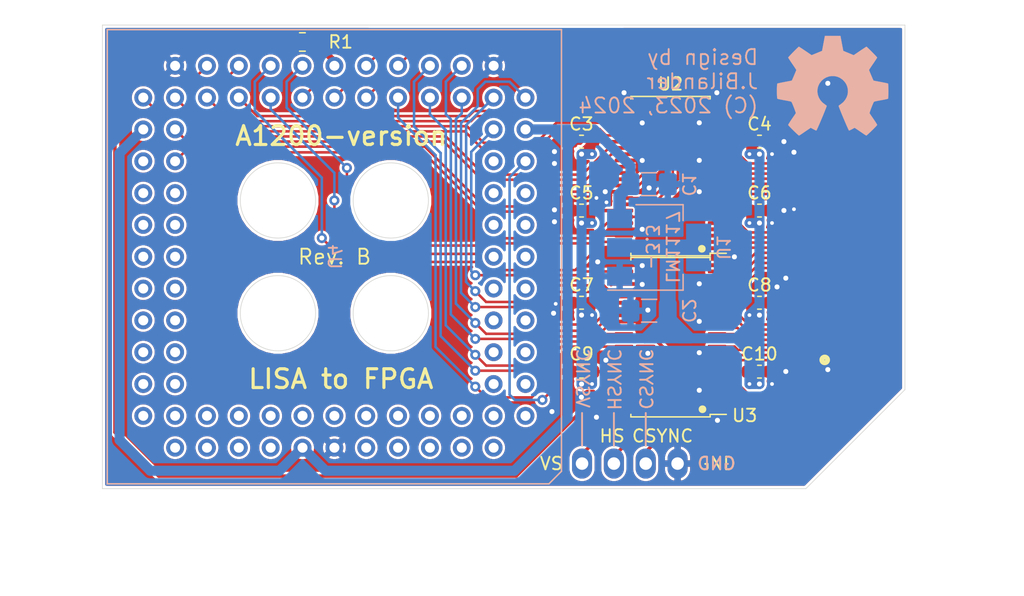
<source format=kicad_pcb>
(kicad_pcb (version 20171130) (host pcbnew "(5.1.12-1-10_14)")
  (layers (0 F.Cu signal) (31 B.Cu signal) (34 B.Paste user) (35 F.Paste user) (36 B.SilkS user) (37 F.SilkS user) (38 B.Mask user) (39 F.Mask user) (44 Edge.Cuts user))
  (net 0 "")
  (net 1 VCC)
  (net 2 GND)
  (net 3 3V3)
  (net 4 PIXELSW)
  (net 5 CSYNC)
  (net 6 R0_3V3)
  (net 7 R1_3V3)
  (net 8 R2_3V3)
  (net 9 R3_3V3)
  (net 10 B0_3V3)
  (net 11 B1_3V3)
  (net 12 B2_3V3)
  (net 13 B3_3V3)
  (net 14 G3_3V3)
  (net 15 G2_3V3)
  (net 16 G1_3V3)
  (net 17 G0_3V3)
  (net 18 CSYNC_3V3)
  (net 19 PIXELSW_3V3)
  (net 20 HSYNC_3V3)
  (net 21 VSYNC_3V3)
  (net 22 VSYNC)
  (net 23 HSYNC)
  (net 24 R4_3V3)
  (net 25 R5_3V3)
  (net 26 R6_3V3)
  (net 27 R7_3V3)
  (net 28 G4_3V3)
  (net 29 G5_3V3)
  (net 30 G6_3V3)
  (net 31 G7_3V3)
  (net 32 B4_3V3)
  (net 33 B5_3V3)
  (net 34 B6_3V3)
  (net 35 B7_3V3)
  (net 36 G7)
  (net 37 G6)
  (net 38 G5)
  (net 39 G4)
  (net 40 R7)
  (net 41 R6)
  (net 42 R5)
  (net 43 R4)
  (net 44 B7)
  (net 45 B6)
  (net 46 B5)
  (net 47 B4)
  (net 48 B0)
  (net 49 B1)
  (net 50 B2)
  (net 51 B3)
  (net 52 G1)
  (net 53 G3)
  (net 54 R0)
  (net 55 R2)
  (net 56 G0)
  (net 57 G2)
  (net 58 R1)
  (net 59 R3)
  (net 60 "Net-(J2-Pad40)")
  (net 61 "Net-(J2-Pad39)")
  (net 62 "Net-(J2-Pad38)")
  (net 63 "Net-(J2-Pad37)")
  (net 64 "Net-(J2-Pad36)")
  (net 65 "Net-(J2-Pad35)")
  (net 66 C28O)
  (net 67 C28O_3V3)
  (net 68 "Net-(U3-Pad5)")
  (net 69 "Net-(U3-Pad3)")
  (net 70 "Net-(U3-Pad2)")
  (net 71 "Net-(R1-Pad1)")
  (net 72 "Net-(U4-Pad21)")
  (net 73 "Net-(U4-Pad19)")
  (net 74 "Net-(U4-Pad17)")
  (net 75 "Net-(U4-Pad15)")
  (net 76 "Net-(U4-Pad13)")
  (net 77 "Net-(U4-Pad23)")
  (net 78 "Net-(U4-Pad25)")
  (net 79 "Net-(U4-Pad27)")
  (net 80 "Net-(U4-Pad22)")
  (net 81 "Net-(U4-Pad20)")
  (net 82 "Net-(U4-Pad18)")
  (net 83 "Net-(U4-Pad16)")
  (net 84 "Net-(U4-Pad14)")
  (net 85 "Net-(U4-Pad12)")
  (net 86 "Net-(U4-Pad24)")
  (net 87 "Net-(U4-Pad26)")
  (net 88 "Net-(U4-Pad10)")
  (net 89 "Net-(U4-Pad8)")
  (net 90 "Net-(U4-Pad6)")
  (net 91 "Net-(U4-Pad4)")
  (net 92 "Net-(U4-Pad2)")
  (net 93 "Net-(U4-Pad84)")
  (net 94 "Net-(U4-Pad82)")
  (net 95 "Net-(U4-Pad80)")
  (net 96 "Net-(U4-Pad78)")
  (net 97 "Net-(U4-Pad76)")
  (net 98 "Net-(U4-Pad11)")
  (net 99 "Net-(U4-Pad9)")
  (net 100 "Net-(U4-Pad7)")
  (net 101 "Net-(U4-Pad5)")
  (net 102 "Net-(U4-Pad3)")
  (net 103 "Net-(U4-Pad81)")
  (net 104 "Net-(U4-Pad79)")
  (net 105 "Net-(U4-Pad77)")
  (net 106 "Net-(U4-Pad75)")
  (net 107 "Net-(U4-Pad73)")
  (net 108 "Net-(U4-Pad71)")
  (net 109 "Net-(U4-Pad69)")
  (net 110 "Net-(U4-Pad67)")
  (net 111 "Net-(U4-Pad65)")
  (net 112 "Net-(U4-Pad63)")
  (net 113 "Net-(U4-Pad61)")
  (net 114 "Net-(U4-Pad59)")
  (net 115 "Net-(U4-Pad74)")
  (net 116 "Net-(U4-Pad72)")
  (net 117 "Net-(U4-Pad70)")
  (net 118 "Net-(U4-Pad68)")
  (net 119 "Net-(U4-Pad66)")
  (net 120 "Net-(U4-Pad64)")
  (net 121 "Net-(U4-Pad62)")
  (net 122 "Net-(U4-Pad60)")
  (net 123 "Net-(U4-Pad58)")
  (module Package_SO:TSSOP-48_6.1x12.5mm_P0.5mm (layer F.Cu) (at 193.567 96.8473 180)
    (fp_text reference U3 (at -5.9141 -6.2515 180) (layer F.SilkS))
    (fp_text value 74LVC16244ADGG hide)
    (pad 48 smd roundrect (at 3.7125 -5.75 180) (size 1.475 0.3) (layers F.Cu F.Paste F.Mask) (net 2 GND))
    (pad 47 smd roundrect (at 3.7125 -5.25 180) (size 1.475 0.3) (layers F.Cu F.Paste F.Mask) (net 2 GND))
    (pad 46 smd roundrect (at 3.7125 -4.75 180) (size 1.475 0.3) (layers F.Cu F.Paste F.Mask) (net 2 GND))
    (pad 45 smd roundrect (at 3.7125 -4.25 180) (size 1.475 0.3) (layers F.Cu F.Paste F.Mask) (net 2 GND))
    (pad 44 smd roundrect (at 3.7125 -3.75 180) (size 1.475 0.3) (layers F.Cu F.Paste F.Mask) (net 2 GND))
    (pad 43 smd roundrect (at 3.7125 -3.25 180) (size 1.475 0.3) (layers F.Cu F.Paste F.Mask) (net 71 "Net-(R1-Pad1)"))
    (pad 42 smd roundrect (at 3.7125 -2.75 180) (size 1.475 0.3) (layers F.Cu F.Paste F.Mask) (net 3 3V3))
    (pad 41 smd roundrect (at 3.7125 -2.25 180) (size 1.475 0.3) (layers F.Cu F.Paste F.Mask) (net 22 VSYNC))
    (pad 40 smd roundrect (at 3.7125 -1.75 180) (size 1.475 0.3) (layers F.Cu F.Paste F.Mask) (net 23 HSYNC))
    (pad 39 smd roundrect (at 3.7125 -1.25 180) (size 1.475 0.3) (layers F.Cu F.Paste F.Mask) (net 2 GND))
    (pad 38 smd roundrect (at 3.7125 -0.75 180) (size 1.475 0.3) (layers F.Cu F.Paste F.Mask) (net 4 PIXELSW))
    (pad 37 smd roundrect (at 3.7125 -0.25 180) (size 1.475 0.3) (layers F.Cu F.Paste F.Mask) (net 5 CSYNC))
    (pad 36 smd roundrect (at 3.7125 0.25 180) (size 1.475 0.3) (layers F.Cu F.Paste F.Mask) (net 44 B7))
    (pad 35 smd roundrect (at 3.7125 0.75 180) (size 1.475 0.3) (layers F.Cu F.Paste F.Mask) (net 45 B6))
    (pad 34 smd roundrect (at 3.7125 1.25 180) (size 1.475 0.3) (layers F.Cu F.Paste F.Mask) (net 2 GND))
    (pad 33 smd roundrect (at 3.7125 1.75 180) (size 1.475 0.3) (layers F.Cu F.Paste F.Mask) (net 46 B5))
    (pad 32 smd roundrect (at 3.7125 2.25 180) (size 1.475 0.3) (layers F.Cu F.Paste F.Mask) (net 47 B4))
    (pad 31 smd roundrect (at 3.7125 2.75 180) (size 1.475 0.3) (layers F.Cu F.Paste F.Mask) (net 3 3V3))
    (pad 30 smd roundrect (at 3.7125 3.25 180) (size 1.475 0.3) (layers F.Cu F.Paste F.Mask) (net 51 B3))
    (pad 29 smd roundrect (at 3.7125 3.75 180) (size 1.475 0.3) (layers F.Cu F.Paste F.Mask) (net 50 B2))
    (pad 28 smd roundrect (at 3.7125 4.25 180) (size 1.475 0.3) (layers F.Cu F.Paste F.Mask) (net 2 GND))
    (pad 27 smd roundrect (at 3.7125 4.75 180) (size 1.475 0.3) (layers F.Cu F.Paste F.Mask) (net 49 B1))
    (pad 26 smd roundrect (at 3.7125 5.25 180) (size 1.475 0.3) (layers F.Cu F.Paste F.Mask) (net 48 B0))
    (pad 25 smd roundrect (at 3.7125 5.75 180) (size 1.475 0.3) (layers F.Cu F.Paste F.Mask) (net 2 GND))
    (pad 24 smd roundrect (at -3.7125 5.75 180) (size 1.475 0.3) (layers F.Cu F.Paste F.Mask) (net 2 GND))
    (pad 23 smd roundrect (at -3.7125 5.25 180) (size 1.475 0.3) (layers F.Cu F.Paste F.Mask) (net 10 B0_3V3))
    (pad 22 smd roundrect (at -3.7125 4.75 180) (size 1.475 0.3) (layers F.Cu F.Paste F.Mask) (net 11 B1_3V3))
    (pad 21 smd roundrect (at -3.7125 4.25 180) (size 1.475 0.3) (layers F.Cu F.Paste F.Mask) (net 2 GND))
    (pad 20 smd roundrect (at -3.7125 3.75 180) (size 1.475 0.3) (layers F.Cu F.Paste F.Mask) (net 12 B2_3V3))
    (pad 19 smd roundrect (at -3.7125 3.25 180) (size 1.475 0.3) (layers F.Cu F.Paste F.Mask) (net 13 B3_3V3))
    (pad 18 smd roundrect (at -3.7125 2.75 180) (size 1.475 0.3) (layers F.Cu F.Paste F.Mask) (net 3 3V3))
    (pad 17 smd roundrect (at -3.7125 2.25 180) (size 1.475 0.3) (layers F.Cu F.Paste F.Mask) (net 32 B4_3V3))
    (pad 16 smd roundrect (at -3.7125 1.75 180) (size 1.475 0.3) (layers F.Cu F.Paste F.Mask) (net 33 B5_3V3))
    (pad 15 smd roundrect (at -3.7125 1.25 180) (size 1.475 0.3) (layers F.Cu F.Paste F.Mask) (net 2 GND))
    (pad 14 smd roundrect (at -3.7125 0.75 180) (size 1.475 0.3) (layers F.Cu F.Paste F.Mask) (net 34 B6_3V3))
    (pad 13 smd roundrect (at -3.7125 0.25 180) (size 1.475 0.3) (layers F.Cu F.Paste F.Mask) (net 35 B7_3V3))
    (pad 12 smd roundrect (at -3.7125 -0.25 180) (size 1.475 0.3) (layers F.Cu F.Paste F.Mask) (net 18 CSYNC_3V3))
    (pad 11 smd roundrect (at -3.7125 -0.75 180) (size 1.475 0.3) (layers F.Cu F.Paste F.Mask) (net 19 PIXELSW_3V3))
    (pad 10 smd roundrect (at -3.7125 -1.25 180) (size 1.475 0.3) (layers F.Cu F.Paste F.Mask) (net 2 GND))
    (pad 9 smd roundrect (at -3.7125 -1.75 180) (size 1.475 0.3) (layers F.Cu F.Paste F.Mask) (net 20 HSYNC_3V3))
    (pad 8 smd roundrect (at -3.7125 -2.25 180) (size 1.475 0.3) (layers F.Cu F.Paste F.Mask) (net 21 VSYNC_3V3))
    (pad 7 smd roundrect (at -3.7125 -2.75 180) (size 1.475 0.3) (layers F.Cu F.Paste F.Mask) (net 3 3V3))
    (pad 6 smd roundrect (at -3.7125 -3.25 180) (size 1.475 0.3) (layers F.Cu F.Paste F.Mask) (net 67 C28O_3V3))
    (pad 5 smd roundrect (at -3.7125 -3.75 180) (size 1.475 0.3) (layers F.Cu F.Paste F.Mask) (net 68 "Net-(U3-Pad5)"))
    (pad 4 smd roundrect (at -3.7125 -4.25 180) (size 1.475 0.3) (layers F.Cu F.Paste F.Mask) (net 2 GND))
    (pad 3 smd roundrect (at -3.7125 -4.75 180) (size 1.475 0.3) (layers F.Cu F.Paste F.Mask) (net 69 "Net-(U3-Pad3)"))
    (pad 2 smd roundrect (at -3.7125 -5.25 180) (size 1.475 0.3) (layers F.Cu F.Paste F.Mask) (net 70 "Net-(U3-Pad2)"))
    (pad 1 smd roundrect (at -3.7125 -5.75 180) (size 1.475 0.3) (layers F.Cu F.Paste F.Mask) (net 2 GND))
  )
  (module Package_SO:TSSOP-48_6.1x12.5mm_P0.5mm (layer F.Cu) (at 193.567 83.9902 180)
    (fp_text reference U2 (at 0 7.3572 180) (layer F.SilkS))
    (fp_text value 74LVC16244ADGG hide)
    (pad 1 smd roundrect (at -3.7125 -5.75 180) (size 1.475 0.3) (layers F.Cu F.Paste F.Mask) (net 2 GND))
    (pad 2 smd roundrect (at -3.7125 -5.25 180) (size 1.475 0.3) (layers F.Cu F.Paste F.Mask) (net 31 G7_3V3))
    (pad 3 smd roundrect (at -3.7125 -4.75 180) (size 1.475 0.3) (layers F.Cu F.Paste F.Mask) (net 30 G6_3V3))
    (pad 4 smd roundrect (at -3.7125 -4.25 180) (size 1.475 0.3) (layers F.Cu F.Paste F.Mask) (net 2 GND))
    (pad 5 smd roundrect (at -3.7125 -3.75 180) (size 1.475 0.3) (layers F.Cu F.Paste F.Mask) (net 29 G5_3V3))
    (pad 6 smd roundrect (at -3.7125 -3.25 180) (size 1.475 0.3) (layers F.Cu F.Paste F.Mask) (net 28 G4_3V3))
    (pad 7 smd roundrect (at -3.7125 -2.75 180) (size 1.475 0.3) (layers F.Cu F.Paste F.Mask) (net 3 3V3))
    (pad 8 smd roundrect (at -3.7125 -2.25 180) (size 1.475 0.3) (layers F.Cu F.Paste F.Mask) (net 14 G3_3V3))
    (pad 9 smd roundrect (at -3.7125 -1.75 180) (size 1.475 0.3) (layers F.Cu F.Paste F.Mask) (net 15 G2_3V3))
    (pad 10 smd roundrect (at -3.7125 -1.25 180) (size 1.475 0.3) (layers F.Cu F.Paste F.Mask) (net 2 GND))
    (pad 11 smd roundrect (at -3.7125 -0.75 180) (size 1.475 0.3) (layers F.Cu F.Paste F.Mask) (net 16 G1_3V3))
    (pad 12 smd roundrect (at -3.7125 -0.25 180) (size 1.475 0.3) (layers F.Cu F.Paste F.Mask) (net 17 G0_3V3))
    (pad 13 smd roundrect (at -3.7125 0.25 180) (size 1.475 0.3) (layers F.Cu F.Paste F.Mask) (net 27 R7_3V3))
    (pad 14 smd roundrect (at -3.7125 0.75 180) (size 1.475 0.3) (layers F.Cu F.Paste F.Mask) (net 26 R6_3V3))
    (pad 15 smd roundrect (at -3.7125 1.25 180) (size 1.475 0.3) (layers F.Cu F.Paste F.Mask) (net 2 GND))
    (pad 16 smd roundrect (at -3.7125 1.75 180) (size 1.475 0.3) (layers F.Cu F.Paste F.Mask) (net 25 R5_3V3))
    (pad 17 smd roundrect (at -3.7125 2.25 180) (size 1.475 0.3) (layers F.Cu F.Paste F.Mask) (net 24 R4_3V3))
    (pad 18 smd roundrect (at -3.7125 2.75 180) (size 1.475 0.3) (layers F.Cu F.Paste F.Mask) (net 3 3V3))
    (pad 19 smd roundrect (at -3.7125 3.25 180) (size 1.475 0.3) (layers F.Cu F.Paste F.Mask) (net 9 R3_3V3))
    (pad 20 smd roundrect (at -3.7125 3.75 180) (size 1.475 0.3) (layers F.Cu F.Paste F.Mask) (net 8 R2_3V3))
    (pad 21 smd roundrect (at -3.7125 4.25 180) (size 1.475 0.3) (layers F.Cu F.Paste F.Mask) (net 2 GND))
    (pad 22 smd roundrect (at -3.7125 4.75 180) (size 1.475 0.3) (layers F.Cu F.Paste F.Mask) (net 7 R1_3V3))
    (pad 23 smd roundrect (at -3.7125 5.25 180) (size 1.475 0.3) (layers F.Cu F.Paste F.Mask) (net 6 R0_3V3))
    (pad 24 smd roundrect (at -3.7125 5.75 180) (size 1.475 0.3) (layers F.Cu F.Paste F.Mask) (net 2 GND))
    (pad 25 smd roundrect (at 3.7125 5.75 180) (size 1.475 0.3) (layers F.Cu F.Paste F.Mask) (net 2 GND))
    (pad 26 smd roundrect (at 3.7125 5.25 180) (size 1.475 0.3) (layers F.Cu F.Paste F.Mask) (net 54 R0))
    (pad 27 smd roundrect (at 3.7125 4.75 180) (size 1.475 0.3) (layers F.Cu F.Paste F.Mask) (net 58 R1))
    (pad 28 smd roundrect (at 3.7125 4.25 180) (size 1.475 0.3) (layers F.Cu F.Paste F.Mask) (net 2 GND))
    (pad 29 smd roundrect (at 3.7125 3.75 180) (size 1.475 0.3) (layers F.Cu F.Paste F.Mask) (net 55 R2))
    (pad 30 smd roundrect (at 3.7125 3.25 180) (size 1.475 0.3) (layers F.Cu F.Paste F.Mask) (net 59 R3))
    (pad 31 smd roundrect (at 3.7125 2.75 180) (size 1.475 0.3) (layers F.Cu F.Paste F.Mask) (net 3 3V3))
    (pad 32 smd roundrect (at 3.7125 2.25 180) (size 1.475 0.3) (layers F.Cu F.Paste F.Mask) (net 43 R4))
    (pad 33 smd roundrect (at 3.7125 1.75 180) (size 1.475 0.3) (layers F.Cu F.Paste F.Mask) (net 42 R5))
    (pad 34 smd roundrect (at 3.7125 1.25 180) (size 1.475 0.3) (layers F.Cu F.Paste F.Mask) (net 2 GND))
    (pad 35 smd roundrect (at 3.7125 0.75 180) (size 1.475 0.3) (layers F.Cu F.Paste F.Mask) (net 41 R6))
    (pad 36 smd roundrect (at 3.7125 0.25 180) (size 1.475 0.3) (layers F.Cu F.Paste F.Mask) (net 40 R7))
    (pad 37 smd roundrect (at 3.7125 -0.25 180) (size 1.475 0.3) (layers F.Cu F.Paste F.Mask) (net 56 G0))
    (pad 38 smd roundrect (at 3.7125 -0.75 180) (size 1.475 0.3) (layers F.Cu F.Paste F.Mask) (net 52 G1))
    (pad 39 smd roundrect (at 3.7125 -1.25 180) (size 1.475 0.3) (layers F.Cu F.Paste F.Mask) (net 2 GND))
    (pad 40 smd roundrect (at 3.7125 -1.75 180) (size 1.475 0.3) (layers F.Cu F.Paste F.Mask) (net 57 G2))
    (pad 41 smd roundrect (at 3.7125 -2.25 180) (size 1.475 0.3) (layers F.Cu F.Paste F.Mask) (net 53 G3))
    (pad 42 smd roundrect (at 3.7125 -2.75 180) (size 1.475 0.3) (layers F.Cu F.Paste F.Mask) (net 3 3V3))
    (pad 43 smd roundrect (at 3.7125 -3.25 180) (size 1.475 0.3) (layers F.Cu F.Paste F.Mask) (net 39 G4))
    (pad 44 smd roundrect (at 3.7125 -3.75 180) (size 1.475 0.3) (layers F.Cu F.Paste F.Mask) (net 38 G5))
    (pad 45 smd roundrect (at 3.7125 -4.25 180) (size 1.475 0.3) (layers F.Cu F.Paste F.Mask) (net 2 GND))
    (pad 46 smd roundrect (at 3.7125 -4.75 180) (size 1.475 0.3) (layers F.Cu F.Paste F.Mask) (net 37 G6))
    (pad 47 smd roundrect (at 3.7125 -5.25 180) (size 1.475 0.3) (layers F.Cu F.Paste F.Mask) (net 36 G7))
    (pad 48 smd roundrect (at 3.7125 -5.75 180) (size 1.475 0.3) (layers F.Cu F.Paste F.Mask) (net 2 GND))
  )
  (module LISA_to_FPGA:PLCC-84_THT-Socket-HAT (layer B.Cu) (at 166.762 90.424 90)
    (fp_text reference U4 (at 0 0 270 unlocked) (layer B.SilkS) (effects (justify mirror)))
    (fp_text value LISA hide)
    (pad 21 thru_hole circle (at 0 12.7 90) (size 1.4224 1.4224) (drill 0.8) (layers *.Cu *.Mask) (net 72 "Net-(U4-Pad21)"))
    (pad 19 thru_hole circle (at -2.54 12.7 90) (size 1.4224 1.4224) (drill 0.8) (layers *.Cu *.Mask) (net 73 "Net-(U4-Pad19)"))
    (pad 17 thru_hole circle (at -5.08 12.7 90) (size 1.4224 1.4224) (drill 0.8) (layers *.Cu *.Mask) (net 74 "Net-(U4-Pad17)"))
    (pad 15 thru_hole circle (at -7.62 12.7 90) (size 1.4224 1.4224) (drill 0.8) (layers *.Cu *.Mask) (net 75 "Net-(U4-Pad15)"))
    (pad 13 thru_hole circle (at -10.16 12.7 90) (size 1.4224 1.4224) (drill 0.8) (layers *.Cu *.Mask) (net 76 "Net-(U4-Pad13)"))
    (pad 23 thru_hole circle (at 2.54 12.7 90) (size 1.4224 1.4224) (drill 0.8) (layers *.Cu *.Mask) (net 77 "Net-(U4-Pad23)"))
    (pad 25 thru_hole circle (at 5.08 12.7 90) (size 1.4224 1.4224) (drill 0.8) (layers *.Cu *.Mask) (net 78 "Net-(U4-Pad25)"))
    (pad 27 thru_hole circle (at 7.62 12.7 90) (size 1.4224 1.4224) (drill 0.8) (layers *.Cu *.Mask) (net 79 "Net-(U4-Pad27)"))
    (pad 29 thru_hole circle (at 10.16 12.7 90) (size 1.4224 1.4224) (drill 0.8) (layers *.Cu *.Mask) (net 48 B0))
    (pad 31 thru_hole circle (at 12.7 12.7 90) (size 1.4224 1.4224) (drill 0.8) (layers *.Cu *.Mask) (net 49 B1))
    (pad 33 thru_hole circle (at 15.24 12.7 90) (size 1.4224 1.4224) (drill 0.8) (layers *.Cu *.Mask) (net 2 GND))
    (pad 22 thru_hole circle (at 0 15.24 90) (size 1.4224 1.4224) (drill 0.8) (layers *.Cu *.Mask) (net 80 "Net-(U4-Pad22)"))
    (pad 20 thru_hole circle (at -2.54 15.24 90) (size 1.4224 1.4224) (drill 0.8) (layers *.Cu *.Mask) (net 81 "Net-(U4-Pad20)"))
    (pad 18 thru_hole circle (at -5.08 15.24 90) (size 1.4224 1.4224) (drill 0.8) (layers *.Cu *.Mask) (net 82 "Net-(U4-Pad18)"))
    (pad 16 thru_hole circle (at -7.62 15.24 90) (size 1.4224 1.4224) (drill 0.8) (layers *.Cu *.Mask) (net 83 "Net-(U4-Pad16)"))
    (pad 14 thru_hole circle (at -10.16 15.24 90) (size 1.4224 1.4224) (drill 0.8) (layers *.Cu *.Mask) (net 84 "Net-(U4-Pad14)"))
    (pad 12 thru_hole circle (at -12.7 15.24 90) (size 1.4224 1.4224) (drill 0.8) (layers *.Cu *.Mask) (net 85 "Net-(U4-Pad12)"))
    (pad 24 thru_hole circle (at 2.54 15.24 90) (size 1.4224 1.4224) (drill 0.8) (layers *.Cu *.Mask) (net 86 "Net-(U4-Pad24)"))
    (pad 26 thru_hole circle (at 5.08 15.24 90) (size 1.4224 1.4224) (drill 0.8) (layers *.Cu *.Mask) (net 87 "Net-(U4-Pad26)"))
    (pad 28 thru_hole circle (at 7.62 15.24 90) (size 1.4224 1.4224) (drill 0.8) (layers *.Cu *.Mask) (net 4 PIXELSW))
    (pad 30 thru_hole circle (at 10.16 15.24 90) (size 1.4224 1.4224) (drill 0.8) (layers *.Cu *.Mask) (net 1 VCC))
    (pad 32 thru_hole circle (at 12.7 15.24 90) (size 1.4224 1.4224) (drill 0.8) (layers *.Cu *.Mask) (net 50 B2))
    (pad 10 thru_hole circle (at -12.7 12.7 90) (size 1.4224 1.4224) (drill 0.8) (layers *.Cu *.Mask) (net 88 "Net-(U4-Pad10)"))
    (pad 8 thru_hole circle (at -12.7 10.16 90) (size 1.4224 1.4224) (drill 0.8) (layers *.Cu *.Mask) (net 89 "Net-(U4-Pad8)"))
    (pad 6 thru_hole circle (at -12.7 7.62 90) (size 1.4224 1.4224) (drill 0.8) (layers *.Cu *.Mask) (net 90 "Net-(U4-Pad6)"))
    (pad 4 thru_hole circle (at -12.7 5.08 90) (size 1.4224 1.4224) (drill 0.8) (layers *.Cu *.Mask) (net 91 "Net-(U4-Pad4)"))
    (pad 2 thru_hole circle (at -12.7 2.54 90) (size 1.4224 1.4224) (drill 0.8) (layers *.Cu *.Mask) (net 92 "Net-(U4-Pad2)"))
    (pad 84 thru_hole circle (at -12.7 0 90) (size 1.4224 1.4224) (drill 0.8) (layers *.Cu *.Mask) (net 93 "Net-(U4-Pad84)"))
    (pad 82 thru_hole circle (at -12.7 -2.54 90) (size 1.4224 1.4224) (drill 0.8) (layers *.Cu *.Mask) (net 94 "Net-(U4-Pad82)"))
    (pad 80 thru_hole circle (at -12.7 -5.08 90) (size 1.4224 1.4224) (drill 0.8) (layers *.Cu *.Mask) (net 95 "Net-(U4-Pad80)"))
    (pad 78 thru_hole circle (at -12.7 -7.62 90) (size 1.4224 1.4224) (drill 0.8) (layers *.Cu *.Mask) (net 96 "Net-(U4-Pad78)"))
    (pad 76 thru_hole circle (at -12.7 -10.16 90) (size 1.4224 1.4224) (drill 0.8) (layers *.Cu *.Mask) (net 97 "Net-(U4-Pad76)"))
    (pad 11 thru_hole circle (at -15.24 12.7 90) (size 1.4224 1.4224) (drill 0.8) (layers *.Cu *.Mask) (net 98 "Net-(U4-Pad11)"))
    (pad 9 thru_hole circle (at -15.24 10.16 90) (size 1.4224 1.4224) (drill 0.8) (layers *.Cu *.Mask) (net 99 "Net-(U4-Pad9)"))
    (pad 7 thru_hole circle (at -15.24 7.62 90) (size 1.4224 1.4224) (drill 0.8) (layers *.Cu *.Mask) (net 100 "Net-(U4-Pad7)"))
    (pad 5 thru_hole circle (at -15.24 5.08 90) (size 1.4224 1.4224) (drill 0.8) (layers *.Cu *.Mask) (net 101 "Net-(U4-Pad5)"))
    (pad 3 thru_hole circle (at -15.24 2.54 90) (size 1.4224 1.4224) (drill 0.8) (layers *.Cu *.Mask) (net 102 "Net-(U4-Pad3)"))
    (pad 1 thru_hole circle (at -15.24 0 90) (size 1.4224 1.4224) (drill 0.8) (layers *.Cu *.Mask) (net 2 GND))
    (pad 83 thru_hole circle (at -15.24 -2.54 90) (size 1.4224 1.4224) (drill 0.8) (layers *.Cu *.Mask) (net 1 VCC))
    (pad 81 thru_hole circle (at -15.24 -5.08 90) (size 1.4224 1.4224) (drill 0.8) (layers *.Cu *.Mask) (net 103 "Net-(U4-Pad81)"))
    (pad 79 thru_hole circle (at -15.24 -7.62 90) (size 1.4224 1.4224) (drill 0.8) (layers *.Cu *.Mask) (net 104 "Net-(U4-Pad79)"))
    (pad 77 thru_hole circle (at -15.24 -10.16 90) (size 1.4224 1.4224) (drill 0.8) (layers *.Cu *.Mask) (net 105 "Net-(U4-Pad77)"))
    (pad 75 thru_hole circle (at -15.24 -12.7 90) (size 1.4224 1.4224) (drill 0.8) (layers *.Cu *.Mask) (net 106 "Net-(U4-Pad75)"))
    (pad 73 thru_hole circle (at -12.7 -12.7 90) (size 1.4224 1.4224) (drill 0.8) (layers *.Cu *.Mask) (net 107 "Net-(U4-Pad73)"))
    (pad 71 thru_hole circle (at -10.16 -12.7 90) (size 1.4224 1.4224) (drill 0.8) (layers *.Cu *.Mask) (net 108 "Net-(U4-Pad71)"))
    (pad 69 thru_hole circle (at -7.62 -12.7 90) (size 1.4224 1.4224) (drill 0.8) (layers *.Cu *.Mask) (net 109 "Net-(U4-Pad69)"))
    (pad 67 thru_hole circle (at -5.08 -12.7 90) (size 1.4224 1.4224) (drill 0.8) (layers *.Cu *.Mask) (net 110 "Net-(U4-Pad67)"))
    (pad 65 thru_hole circle (at -2.54 -12.7 90) (size 1.4224 1.4224) (drill 0.8) (layers *.Cu *.Mask) (net 111 "Net-(U4-Pad65)"))
    (pad 63 thru_hole circle (at 0 -12.7 90) (size 1.4224 1.4224) (drill 0.8) (layers *.Cu *.Mask) (net 112 "Net-(U4-Pad63)"))
    (pad 61 thru_hole circle (at 2.54 -12.7 90) (size 1.4224 1.4224) (drill 0.8) (layers *.Cu *.Mask) (net 113 "Net-(U4-Pad61)"))
    (pad 59 thru_hole circle (at 5.08 -12.7 90) (size 1.4224 1.4224) (drill 0.8) (layers *.Cu *.Mask) (net 114 "Net-(U4-Pad59)"))
    (pad 57 thru_hole circle (at 7.62 -12.7 90) (size 1.4224 1.4224) (drill 0.8) (layers *.Cu *.Mask) (net 40 R7))
    (pad 55 thru_hole circle (at 10.16 -12.7 90) (size 1.4224 1.4224) (drill 0.8) (layers *.Cu *.Mask) (net 41 R6))
    (pad 74 thru_hole circle (at -12.7 -15.24 90) (size 1.4224 1.4224) (drill 0.8) (layers *.Cu *.Mask) (net 115 "Net-(U4-Pad74)"))
    (pad 72 thru_hole circle (at -10.16 -15.24 90) (size 1.4224 1.4224) (drill 0.8) (layers *.Cu *.Mask) (net 116 "Net-(U4-Pad72)"))
    (pad 70 thru_hole circle (at -7.62 -15.24 90) (size 1.4224 1.4224) (drill 0.8) (layers *.Cu *.Mask) (net 117 "Net-(U4-Pad70)"))
    (pad 68 thru_hole circle (at -5.08 -15.24 90) (size 1.4224 1.4224) (drill 0.8) (layers *.Cu *.Mask) (net 118 "Net-(U4-Pad68)"))
    (pad 66 thru_hole circle (at -2.54 -15.24 90) (size 1.4224 1.4224) (drill 0.8) (layers *.Cu *.Mask) (net 119 "Net-(U4-Pad66)"))
    (pad 64 thru_hole circle (at 0 -15.24 90) (size 1.4224 1.4224) (drill 0.8) (layers *.Cu *.Mask) (net 120 "Net-(U4-Pad64)"))
    (pad 62 thru_hole circle (at 2.54 -15.24 90) (size 1.4224 1.4224) (drill 0.8) (layers *.Cu *.Mask) (net 121 "Net-(U4-Pad62)"))
    (pad 60 thru_hole circle (at 5.08 -15.24 90) (size 1.4224 1.4224) (drill 0.8) (layers *.Cu *.Mask) (net 122 "Net-(U4-Pad60)"))
    (pad 58 thru_hole circle (at 7.62 -15.24 90) (size 1.4224 1.4224) (drill 0.8) (layers *.Cu *.Mask) (net 123 "Net-(U4-Pad58)"))
    (pad 56 thru_hole circle (at 10.16 -15.24 90) (size 1.4224 1.4224) (drill 0.8) (layers *.Cu *.Mask) (net 1 VCC))
    (pad 54 thru_hole circle (at 12.7 -15.24 90) (size 1.4224 1.4224) (drill 0.8) (layers *.Cu *.Mask) (net 42 R5))
    (pad 52 thru_hole circle (at 12.7 -12.7 90) (size 1.4224 1.4224) (drill 0.8) (layers *.Cu *.Mask) (net 43 R4))
    (pad 50 thru_hole circle (at 12.7 -10.16 90) (size 1.4224 1.4224) (drill 0.8) (layers *.Cu *.Mask) (net 55 R2))
    (pad 48 thru_hole circle (at 12.7 -7.62 90) (size 1.4224 1.4224) (drill 0.8) (layers *.Cu *.Mask) (net 54 R0))
    (pad 46 thru_hole circle (at 12.7 -5.08 90) (size 1.4224 1.4224) (drill 0.8) (layers *.Cu *.Mask) (net 37 G6))
    (pad 44 thru_hole circle (at 12.7 -2.54 90) (size 1.4224 1.4224) (drill 0.8) (layers *.Cu *.Mask) (net 39 G4))
    (pad 42 thru_hole circle (at 12.7 0 90) (size 1.4224 1.4224) (drill 0.8) (layers *.Cu *.Mask) (net 53 G3))
    (pad 40 thru_hole circle (at 12.7 2.54 90) (size 1.4224 1.4224) (drill 0.8) (layers *.Cu *.Mask) (net 52 G1))
    (pad 38 thru_hole circle (at 12.7 5.08 90) (size 1.4224 1.4224) (drill 0.8) (layers *.Cu *.Mask) (net 44 B7))
    (pad 36 thru_hole circle (at 12.7 7.62 90) (size 1.4224 1.4224) (drill 0.8) (layers *.Cu *.Mask) (net 46 B5))
    (pad 34 thru_hole circle (at 12.7 10.16 90) (size 1.4224 1.4224) (drill 0.8) (layers *.Cu *.Mask) (net 51 B3))
    (pad 53 thru_hole circle (at 15.24 -12.7 90) (size 1.4224 1.4224) (drill 0.8) (layers *.Cu *.Mask) (net 2 GND))
    (pad 51 thru_hole circle (at 15.24 -10.16 90) (size 1.4224 1.4224) (drill 0.8) (layers *.Cu *.Mask) (net 59 R3))
    (pad 49 thru_hole circle (at 15.24 -7.62 90) (size 1.4224 1.4224) (drill 0.8) (layers *.Cu *.Mask) (net 58 R1))
    (pad 47 thru_hole circle (at 15.24 -5.08 90) (size 1.4224 1.4224) (drill 0.8) (layers *.Cu *.Mask) (net 36 G7))
    (pad 45 thru_hole circle (at 15.24 -2.54 90) (size 1.4224 1.4224) (drill 0.8) (layers *.Cu *.Mask) (net 38 G5))
    (pad 43 thru_hole circle (at 15.24 0 90) (size 1.4224 1.4224) (drill 0.8) (layers *.Cu *.Mask) (net 66 C28O))
    (pad 41 thru_hole circle (at 15.24 2.54 90) (size 1.4224 1.4224) (drill 0.8) (layers *.Cu *.Mask) (net 57 G2))
    (pad 39 thru_hole circle (at 15.24 5.08 90) (size 1.4224 1.4224) (drill 0.8) (layers *.Cu *.Mask) (net 56 G0))
    (pad 37 thru_hole circle (at 15.24 7.62 90) (size 1.4224 1.4224) (drill 0.8) (layers *.Cu *.Mask) (net 45 B6))
    (pad 35 thru_hole circle (at 15.24 10.16 90) (size 1.4224 1.4224) (drill 0.8) (layers *.Cu *.Mask) (net 47 B4))
  )
  (module Connector_PinHeader_2.54mm:PinHeader_1x04_P2.54mm_Horizontal (layer F.Cu) (at 194.132 106.933 270)
    (fp_text reference J1 hide)
    (fp_text value Conn_01x04 hide)
    (pad 4 thru_hole oval (at 0 7.62 270) (size 2.4 1.6) (drill 1) (layers *.Cu *.Mask) (net 22 VSYNC))
    (pad 3 thru_hole oval (at 0 5.08 270) (size 2.4 1.6) (drill 1) (layers *.Cu *.Mask) (net 23 HSYNC))
    (pad 2 thru_hole oval (at 0 2.54 270) (size 2.4 1.6) (drill 1) (layers *.Cu *.Mask) (net 5 CSYNC))
    (pad 1 thru_hole oval (at 0 0 270) (size 2.4 1.6) (drill 1) (layers *.Cu *.Mask) (net 2 GND))
  )
  (module Resistor_SMD:R_0805_2012Metric_Pad1.20x1.40mm_HandSolder (layer F.Cu) (at 164.212 73.283)
    (fp_text reference R1 (at 3.05 0) (layer F.SilkS))
    (fp_text value 33Ω hide)
    (pad 2 smd roundrect (at 1 0) (size 1.2 1.4) (layers F.Cu F.Paste F.Mask) (roundrect_rratio 0.208333) (net 66 C28O))
    (pad 1 smd roundrect (at -1 0) (size 1.2 1.4) (layers F.Cu F.Paste F.Mask) (roundrect_rratio 0.208333) (net 71 "Net-(R1-Pad1)"))
  )
  (module Capacitor_SMD:C_0603_1608Metric_Pad1.08x0.95mm_HandSolder (layer F.Cu) (at 200.662 99.5973 180)
    (fp_text reference C10 (at 0 1.4143) (layer F.SilkS))
    (fp_text value 0.1uF hide)
    (pad 2 smd roundrect (at 0.8625 0 180) (size 1.075 0.95) (layers F.Cu F.Paste F.Mask) (net 3 3V3))
    (pad 1 smd roundrect (at -0.8625 0 180) (size 1.075 0.95) (layers F.Cu F.Paste F.Mask) (net 2 GND))
  )
  (module Capacitor_SMD:C_0603_1608Metric_Pad1.08x0.95mm_HandSolder (layer F.Cu) (at 186.472 99.5973)
    (fp_text reference C9 (at 0 -1.4143) (layer F.SilkS))
    (fp_text value 0.1uF hide)
    (pad 2 smd roundrect (at 0.8625 0) (size 1.075 0.95) (layers F.Cu F.Paste F.Mask) (net 3 3V3))
    (pad 1 smd roundrect (at -0.8625 0) (size 1.075 0.95) (layers F.Cu F.Paste F.Mask) (net 2 GND))
  )
  (module Capacitor_SMD:C_0603_1608Metric_Pad1.08x0.95mm_HandSolder (layer F.Cu) (at 200.662 94.0973 180)
    (fp_text reference C8 (at 0 1.4143) (layer F.SilkS))
    (fp_text value 0.1uF hide)
    (pad 2 smd roundrect (at 0.8625 0 180) (size 1.075 0.95) (layers F.Cu F.Paste F.Mask) (net 3 3V3))
    (pad 1 smd roundrect (at -0.8625 0 180) (size 1.075 0.95) (layers F.Cu F.Paste F.Mask) (net 2 GND))
  )
  (module Capacitor_SMD:C_0603_1608Metric_Pad1.08x0.95mm_HandSolder (layer F.Cu) (at 186.472 94.0973)
    (fp_text reference C7 (at 0 -1.4143) (layer F.SilkS))
    (fp_text value 0.1uF hide)
    (pad 2 smd roundrect (at 0.8625 0) (size 1.075 0.95) (layers F.Cu F.Paste F.Mask) (net 3 3V3))
    (pad 1 smd roundrect (at -0.8625 0) (size 1.075 0.95) (layers F.Cu F.Paste F.Mask) (net 2 GND))
  )
  (module Symbol:OSHW-Symbol_8.9x8mm_SilkScreen (layer B.Cu) (at 206.512 76.7942 180)
    (fp_text reference REF** hide)
    (fp_text value OSHW-Symbol_8.9x8mm_SilkScreen hide)
  )
  (module Capacitor_SMD:C_0603_1608Metric_Pad1.08x0.95mm_HandSolder (layer F.Cu) (at 186.472 81.2402)
    (fp_text reference C3 (at -0.01 -1.4072) (layer F.SilkS))
    (fp_text value 0.1uF hide)
    (pad 2 smd roundrect (at 0.8625 0) (size 1.075 0.95) (layers F.Cu F.Paste F.Mask) (net 3 3V3))
    (pad 1 smd roundrect (at -0.8625 0) (size 1.075 0.95) (layers F.Cu F.Paste F.Mask) (net 2 GND))
  )
  (module Capacitor_SMD:C_0603_1608Metric_Pad1.08x0.95mm_HandSolder (layer F.Cu) (at 200.662 86.7402 180)
    (fp_text reference C6 (at 0 1.4072) (layer F.SilkS))
    (fp_text value 0.1uF hide)
    (pad 2 smd roundrect (at 0.8625 0 180) (size 1.075 0.95) (layers F.Cu F.Paste F.Mask) (net 3 3V3))
    (pad 1 smd roundrect (at -0.8625 0 180) (size 1.075 0.95) (layers F.Cu F.Paste F.Mask) (net 2 GND))
  )
  (module Capacitor_SMD:C_0603_1608Metric_Pad1.08x0.95mm_HandSolder (layer F.Cu) (at 186.472 86.7402)
    (fp_text reference C5 (at -0.01 -1.4072) (layer F.SilkS))
    (fp_text value 0.1uF hide)
    (pad 2 smd roundrect (at 0.8625 0) (size 1.075 0.95) (layers F.Cu F.Paste F.Mask) (net 3 3V3))
    (pad 1 smd roundrect (at -0.8625 0) (size 1.075 0.95) (layers F.Cu F.Paste F.Mask) (net 2 GND))
  )
  (module Capacitor_SMD:C_0603_1608Metric_Pad1.08x0.95mm_HandSolder (layer F.Cu) (at 200.662 81.2402 180)
    (fp_text reference C4 (at 0 1.4072) (layer F.SilkS))
    (fp_text value 0.1uF hide)
    (pad 2 smd roundrect (at 0.8625 0 180) (size 1.075 0.95) (layers F.Cu F.Paste F.Mask) (net 3 3V3))
    (pad 1 smd roundrect (at -0.8625 0 180) (size 1.075 0.95) (layers F.Cu F.Paste F.Mask) (net 2 GND))
  )
  (module Connector_FFC-FPC:Hirose_FH12-40S-0.5SH_1x40-1MP_P0.50mm_Horizontal (layer F.Cu) (at 208.3548 87.9902 90)
    (fp_text reference J2 hide)
    (fp_text value Conn_01x40 hide)
    (pad 40 smd rect (at 9.75 -1.85 90) (size 0.3 1.3) (layers F.Cu F.Paste F.Mask) (net 60 "Net-(J2-Pad40)"))
    (pad 39 smd rect (at 9.25 -1.85 90) (size 0.3 1.3) (layers F.Cu F.Paste F.Mask) (net 61 "Net-(J2-Pad39)"))
    (pad 38 smd rect (at 8.75 -1.85 90) (size 0.3 1.3) (layers F.Cu F.Paste F.Mask) (net 62 "Net-(J2-Pad38)"))
    (pad 37 smd rect (at 8.25 -1.85 90) (size 0.3 1.3) (layers F.Cu F.Paste F.Mask) (net 63 "Net-(J2-Pad37)"))
    (pad 36 smd rect (at 7.75 -1.85 90) (size 0.3 1.3) (layers F.Cu F.Paste F.Mask) (net 64 "Net-(J2-Pad36)"))
    (pad 35 smd rect (at 7.25 -1.85 90) (size 0.3 1.3) (layers F.Cu F.Paste F.Mask) (net 65 "Net-(J2-Pad35)"))
    (pad 34 smd rect (at 6.75 -1.85 90) (size 0.3 1.3) (layers F.Cu F.Paste F.Mask) (net 6 R0_3V3))
    (pad 33 smd rect (at 6.25 -1.85 90) (size 0.3 1.3) (layers F.Cu F.Paste F.Mask) (net 7 R1_3V3))
    (pad 32 smd rect (at 5.75 -1.85 90) (size 0.3 1.3) (layers F.Cu F.Paste F.Mask) (net 8 R2_3V3))
    (pad 31 smd rect (at 5.25 -1.85 90) (size 0.3 1.3) (layers F.Cu F.Paste F.Mask) (net 9 R3_3V3))
    (pad 30 smd rect (at 4.75 -1.85 90) (size 0.3 1.3) (layers F.Cu F.Paste F.Mask) (net 24 R4_3V3))
    (pad 29 smd rect (at 4.25 -1.85 90) (size 0.3 1.3) (layers F.Cu F.Paste F.Mask) (net 25 R5_3V3))
    (pad 28 smd rect (at 3.75 -1.85 90) (size 0.3 1.3) (layers F.Cu F.Paste F.Mask) (net 26 R6_3V3))
    (pad 27 smd rect (at 3.25 -1.85 90) (size 0.3 1.3) (layers F.Cu F.Paste F.Mask) (net 27 R7_3V3))
    (pad 26 smd rect (at 2.75 -1.85 90) (size 0.3 1.3) (layers F.Cu F.Paste F.Mask) (net 17 G0_3V3))
    (pad 25 smd rect (at 2.25 -1.85 90) (size 0.3 1.3) (layers F.Cu F.Paste F.Mask) (net 16 G1_3V3))
    (pad 24 smd rect (at 1.75 -1.85 90) (size 0.3 1.3) (layers F.Cu F.Paste F.Mask) (net 15 G2_3V3))
    (pad 23 smd rect (at 1.25 -1.85 90) (size 0.3 1.3) (layers F.Cu F.Paste F.Mask) (net 14 G3_3V3))
    (pad 22 smd rect (at 0.75 -1.85 90) (size 0.3 1.3) (layers F.Cu F.Paste F.Mask) (net 28 G4_3V3))
    (pad 21 smd rect (at 0.25 -1.85 90) (size 0.3 1.3) (layers F.Cu F.Paste F.Mask) (net 29 G5_3V3))
    (pad 20 smd rect (at -0.25 -1.85 90) (size 0.3 1.3) (layers F.Cu F.Paste F.Mask) (net 30 G6_3V3))
    (pad 19 smd rect (at -0.75 -1.85 90) (size 0.3 1.3) (layers F.Cu F.Paste F.Mask) (net 31 G7_3V3))
    (pad 18 smd rect (at -1.25 -1.85 90) (size 0.3 1.3) (layers F.Cu F.Paste F.Mask) (net 10 B0_3V3))
    (pad 17 smd rect (at -1.75 -1.85 90) (size 0.3 1.3) (layers F.Cu F.Paste F.Mask) (net 11 B1_3V3))
    (pad 16 smd rect (at -2.25 -1.85 90) (size 0.3 1.3) (layers F.Cu F.Paste F.Mask) (net 12 B2_3V3))
    (pad 15 smd rect (at -2.75 -1.85 90) (size 0.3 1.3) (layers F.Cu F.Paste F.Mask) (net 13 B3_3V3))
    (pad 14 smd rect (at -3.25 -1.85 90) (size 0.3 1.3) (layers F.Cu F.Paste F.Mask) (net 32 B4_3V3))
    (pad 13 smd rect (at -3.75 -1.85 90) (size 0.3 1.3) (layers F.Cu F.Paste F.Mask) (net 33 B5_3V3))
    (pad 12 smd rect (at -4.25 -1.85 90) (size 0.3 1.3) (layers F.Cu F.Paste F.Mask) (net 34 B6_3V3))
    (pad 11 smd rect (at -4.75 -1.85 90) (size 0.3 1.3) (layers F.Cu F.Paste F.Mask) (net 35 B7_3V3))
    (pad 10 smd rect (at -5.25 -1.85 90) (size 0.3 1.3) (layers F.Cu F.Paste F.Mask) (net 2 GND))
    (pad 9 smd rect (at -5.75 -1.85 90) (size 0.3 1.3) (layers F.Cu F.Paste F.Mask) (net 18 CSYNC_3V3))
    (pad 8 smd rect (at -6.25 -1.85 90) (size 0.3 1.3) (layers F.Cu F.Paste F.Mask) (net 2 GND))
    (pad 7 smd rect (at -6.75 -1.85 90) (size 0.3 1.3) (layers F.Cu F.Paste F.Mask) (net 19 PIXELSW_3V3))
    (pad 6 smd rect (at -7.25 -1.85 90) (size 0.3 1.3) (layers F.Cu F.Paste F.Mask) (net 2 GND))
    (pad 5 smd rect (at -7.75 -1.85 90) (size 0.3 1.3) (layers F.Cu F.Paste F.Mask) (net 20 HSYNC_3V3))
    (pad 4 smd rect (at -8.25 -1.85 90) (size 0.3 1.3) (layers F.Cu F.Paste F.Mask) (net 2 GND))
    (pad 3 smd rect (at -8.75 -1.85 90) (size 0.3 1.3) (layers F.Cu F.Paste F.Mask) (net 21 VSYNC_3V3))
    (pad 2 smd rect (at -9.25 -1.85 90) (size 0.3 1.3) (layers F.Cu F.Paste F.Mask) (net 2 GND))
    (pad 1 smd rect (at -9.75 -1.85 90) (size 0.3 1.3) (layers F.Cu F.Paste F.Mask) (net 67 C28O_3V3))
    (pad MP smd rect (at -11.43 0.4572 90) (size 2.3 4.1) (layers F.Cu F.Paste F.Mask) (net 2 GND))
    (pad MP smd rect (at 11.43 0.4572 90) (size 2.3 4.1) (layers F.Cu F.Paste F.Mask) (net 2 GND))
  )
  (module Package_TO_SOT_SMD:SOT-223 (layer B.Cu) (at 192.662 89.683)
    (fp_text reference U1 (at 5.1 0 270 unlocked) (layer B.SilkS) (effects (justify mirror)))
    (fp_text value LM1117-3.3 hide)
    (pad 1 smd rect (at -3.15 2.3) (size 2 1.5) (layers B.Cu B.Paste B.Mask) (net 2 GND))
    (pad 3 smd rect (at -3.15 -2.3) (size 2 1.5) (layers B.Cu B.Paste B.Mask) (net 1 VCC))
    (pad 2 smd rect (at -3.15 0) (size 2 1.5) (layers B.Cu B.Paste B.Mask) (net 3 3V3))
    (pad 4 smd rect (at 3.15 0) (size 2 3.8) (layers B.Cu B.Paste B.Mask) (net 3 3V3))
  )
  (module Capacitor_SMD:C_1206_3216Metric_Pad1.42x1.75mm_HandSolder (layer B.Cu) (at 191.862 94.733)
    (fp_text reference C2 (at 3.15 0 -90 unlocked) (layer B.SilkS) (effects (justify mirror)))
    (fp_text value 10uF hide)
    (pad 2 smd roundrect (at 1.4875 0) (size 1.425 1.75) (layers B.Cu B.Paste B.Mask) (roundrect_rratio 0.1754385964912281) (net 3 3V3))
    (pad 1 smd roundrect (at -1.4875 0) (size 1.425 1.75) (layers B.Cu B.Paste B.Mask) (roundrect_rratio 0.1754385964912281) (net 2 GND))
  )
  (module Capacitor_SMD:C_1206_3216Metric_Pad1.42x1.75mm_HandSolder (layer B.Cu) (at 191.862 84.633 180)
    (fp_text reference C1 (at -3.15 0 270 unlocked) (layer B.SilkS) (effects (justify mirror)))
    (fp_text value 10uF hide)
    (pad 2 smd roundrect (at 1.4875 0 180) (size 1.425 1.75) (layers B.Cu B.Paste B.Mask) (roundrect_rratio 0.1754385964912281) (net 1 VCC))
    (pad 1 smd roundrect (at -1.4875 0 180) (size 1.425 1.75) (layers B.Cu B.Paste B.Mask) (roundrect_rratio 0.1754385964912281) (net 2 GND))
  )
  (gr_line (start 212.262 101.033) (end 204.362 108.933) (layer Edge.Cuts) (width 0.05))
  (gr_line (start 191.5944 105.5118) (end 191.5944 102.8956) (layer B.SilkS) (width 0.15))
  (gr_line (start 189.0544 105.5118) (end 189.0544 102.8956) (layer B.SilkS) (width 0.15))
  (gr_line (start 186.5144 105.5118) (end 186.5144 102.8956) (layer B.SilkS) (width 0.15))
  (gr_text GND (at 198.862 106.933) (layer B.SilkS) (effects (font (size 1 1)) (justify left mirror)))
  (gr_text GND (at 198.862 106.933) (layer F.SilkS) (effects (font (size 1 1)) (justify right)))
  (gr_line (start 212.262 71.933) (end 212.262 101.033) (layer Edge.Cuts) (width 0.05))
  (gr_text VSYNC (at 186.5525 102.5781 -90) (layer B.SilkS) (effects (font (size 1 1)) (justify left mirror)))
  (gr_text HSYNC (at 189.0544 102.7686 -90) (layer B.SilkS) (effects (font (size 1 1)) (justify left mirror)))
  (gr_text CSYNC (at 191.5944 102.7178 -90) (layer B.SilkS) (effects (font (size 1 1)) (justify left mirror)))
  (gr_text A1200-version (at 158.712 80.783) (layer F.SilkS) (effects (font (size 1.5 1.5) (thickness 0.25)) (justify left)))
  (gr_circle (center 171.262 94.933) (end 174.262 94.933) (layer Edge.Cuts) (width 0.05))
  (gr_circle (center 162.262 94.933) (end 165.262 94.933) (layer Edge.Cuts) (width 0.05))
  (gr_circle (center 171.262 85.933) (end 174.262 85.933) (layer Edge.Cuts) (width 0.05))
  (gr_circle (center 162.262 85.933) (end 165.262 85.933) (layer Edge.Cuts) (width 0.05))
  (gr_text VS (at 183.062 106.933) (layer F.SilkS) (effects (font (size 1 1)) (justify left)))
  (gr_text HS (at 187.812 104.733) (layer F.SilkS) (effects (font (size 1 1)) (justify left)))
  (gr_text "Rev. B" (at 163.762 90.433) (layer F.SilkS) (effects (font (size 1.2 1.2)) (justify left)))
  (gr_line (start 148.262 71.933) (end 212.262 71.933) (layer Edge.Cuts) (width 0.05))
  (gr_text "LM1117\n-3.3" (at 192.912 89.6495 270) (layer B.SilkS) (effects (font (size 1 1)) (justify mirror)))
  (gr_text CSYNC (at 195.462 104.733) (layer F.SilkS) (effects (font (size 1 1)) (justify right)))
  (gr_text "Design by \nJ.Bilander\n(C) 2023, 2024\n" (at 200.662 76.433) (layer B.SilkS) (effects (font (size 1.2 1.2)) (justify left mirror)))
  (gr_line (start 148.262 108.933) (end 204.362 108.933) (layer Edge.Cuts) (width 0.05))
  (gr_line (start 148.262 71.933) (end 148.262 108.933) (layer Edge.Cuts) (width 0.05))
  (gr_text "LISA to FPGA\n" (at 159.762 100.183) (layer F.SilkS) (effects (font (size 1.5 1.5) (thickness 0.25)) (justify left)))
  (segment (start 151.522 80.264) (end 149.6336 82.1524) (width 0.8) (layer B.Cu) (net 1))
  (segment (start 149.6336 82.1524) (end 149.6336 105.0546) (width 0.8) (layer B.Cu) (net 1))
  (segment (start 149.6336 105.0546) (end 152.0847 107.5057) (width 0.8) (layer B.Cu) (net 1))
  (segment (start 162.3803 107.5057) (end 164.222 105.664) (width 0.8) (layer B.Cu) (net 1))
  (segment (start 152.0847 107.5057) (end 162.3803 107.5057) (width 0.8) (layer B.Cu) (net 1))
  (segment (start 185.362 80.333) (end 185.293 80.264) (width 0.8) (layer B.Cu) (net 1))
  (segment (start 181.1169 107.5057) (end 185.362 103.2606) (width 0.8) (layer B.Cu) (net 1))
  (segment (start 164.222 105.664) (end 166.0637 107.5057) (width 0.8) (layer B.Cu) (net 1))
  (segment (start 166.0637 107.5057) (end 181.1169 107.5057) (width 0.8) (layer B.Cu) (net 1))
  (segment (start 185.293 80.264) (end 187.4667 80.264) (width 0.8) (layer B.Cu) (net 1))
  (segment (start 182.002 80.264) (end 185.293 80.264) (width 0.8) (layer B.Cu) (net 1))
  (segment (start 187.4667 80.264) (end 186.631 80.264) (width 0.8) (layer B.Cu) (net 1))
  (segment (start 185.362 81.533) (end 185.362 80.333) (width 0.8) (layer B.Cu) (net 1))
  (segment (start 185.362 103.2606) (end 185.362 81.533) (width 0.8) (layer B.Cu) (net 1))
  (segment (start 184.093 80.264) (end 185.362 81.533) (width 0.8) (layer B.Cu) (net 1))
  (segment (start 182.002 80.264) (end 184.093 80.264) (width 0.8) (layer B.Cu) (net 1))
  (segment (start 185.962 80.933) (end 188.1357 80.933) (width 0.8) (layer B.Cu) (net 1))
  (segment (start 187.4667 80.264) (end 188.29885 81.09615) (width 0.8) (layer B.Cu) (net 1))
  (segment (start 186.631 80.264) (end 185.962 80.933) (width 0.8) (layer B.Cu) (net 1))
  (segment (start 188.1357 80.933) (end 188.29885 81.09615) (width 0.8) (layer B.Cu) (net 1))
  (segment (start 188.29885 81.09615) (end 188.6315 81.4288) (width 0.8) (layer B.Cu) (net 1))
  (segment (start 185.962 80.933) (end 185.362 81.533) (width 0.8) (layer B.Cu) (net 1))
  (segment (start 190.3745 83.1718) (end 188.6315 81.4288) (width 0.8) (layer B.Cu) (net 1))
  (segment (start 190.3745 84.633) (end 190.3745 83.1718) (width 0.8) (layer B.Cu) (net 1))
  (segment (start 189.512 85.4955) (end 190.3745 84.633) (width 1) (layer B.Cu) (net 1))
  (segment (start 189.512 87.383) (end 189.512 85.4955) (width 1) (layer B.Cu) (net 1))
  (via (at 184.312 87.633) (size 0.8) (drill 0.4) (layers F.Cu B.Cu) (net 2))
  (via (at 184.112 102.783) (size 0.8) (drill 0.4) (layers F.Cu B.Cu) (net 2))
  (via (at 206.112 76.583) (size 0.8) (drill 0.4) (layers F.Cu B.Cu) (net 2))
  (via (at 201.662 82.233) (size 0.5) (drill 0.3) (layers F.Cu B.Cu) (net 2))
  (via (at 202.612 81.233) (size 0.8) (drill 0.4) (layers F.Cu B.Cu) (net 2))
  (via (at 191.312 79.7435) (size 0.8) (drill 0.4) (layers F.Cu B.Cu) (net 2))
  (via (at 191.312 82.7407) (size 0.8) (drill 0.4) (layers F.Cu B.Cu) (net 2))
  (via (at 184.312 86.683) (size 0.8) (drill 0.4) (layers F.Cu B.Cu) (net 2))
  (via (at 191.312 88.233) (size 0.8) (drill 0.4) (layers F.Cu B.Cu) (net 2))
  (via (at 206.112 99.433) (size 0.8) (drill 0.4) (layers F.Cu B.Cu) (net 2))
  (via (at 195.862 82.733) (size 0.8) (drill 0.4) (layers F.Cu B.Cu) (net 2))
  (via (at 195.862 85.233) (size 0.8) (drill 0.4) (layers F.Cu B.Cu) (net 2))
  (via (at 195.862 79.733) (size 0.8) (drill 0.4) (layers F.Cu B.Cu) (net 2))
  (via (at 197.262 77.333) (size 0.8) (drill 0.4) (layers F.Cu B.Cu) (net 2))
  (via (at 189.862 77.333) (size 0.8) (drill 0.4) (layers F.Cu B.Cu) (net 2))
  (via (at 191.862 84.933) (size 0.8) (drill 0.4) (layers F.Cu B.Cu) (net 2))
  (via (at 187.662 85.733) (size 0.5) (drill 0.3) (layers F.Cu B.Cu) (net 2))
  (via (at 188.462 86.083) (size 0.5) (drill 0.3) (layers F.Cu B.Cu) (net 2))
  (via (at 184.312 82.983) (size 0.8) (drill 0.4) (layers F.Cu B.Cu) (net 2))
  (via (at 184.312 82.033) (size 0.8) (drill 0.4) (layers F.Cu B.Cu) (net 2))
  (via (at 188.362 85.233) (size 0.8) (drill 0.4) (layers F.Cu B.Cu) (net 2))
  (segment (start 201.562 82.183) (end 201.98725 82.183) (width 0.2032) (layer F.Cu) (net 2))
  (segment (start 202.712 81.45825) (end 202.712 80.983) (width 0.2032) (layer F.Cu) (net 2))
  (segment (start 201.98725 82.183) (end 202.712 81.45825) (width 0.2032) (layer F.Cu) (net 2))
  (via (at 201.662 87.733) (size 0.5) (drill 0.3) (layers F.Cu B.Cu) (net 2))
  (via (at 202.612 86.733) (size 0.8) (drill 0.4) (layers F.Cu B.Cu) (net 2))
  (via (at 203.412 86.633) (size 0.5) (drill 0.3) (layers F.Cu B.Cu) (net 2))
  (via (at 203.412 82.083) (size 0.8) (drill 0.4) (layers F.Cu B.Cu) (net 2))
  (via (at 198.662 90.433) (size 0.8) (drill 0.4) (layers F.Cu B.Cu) (net 2))
  (via (at 195.862 95.583) (size 0.8) (drill 0.4) (layers F.Cu B.Cu) (net 2))
  (via (at 195.862 98.083) (size 0.8) (drill 0.4) (layers F.Cu B.Cu) (net 2))
  (via (at 195.862 101.083) (size 0.8) (drill 0.4) (layers F.Cu B.Cu) (net 2))
  (via (at 197.312 103.483) (size 0.8) (drill 0.4) (layers F.Cu B.Cu) (net 2))
  (via (at 195.862 92.583) (size 0.8) (drill 0.4) (layers F.Cu B.Cu) (net 2))
  (via (at 191.312 91.133) (size 0.8) (drill 0.4) (layers F.Cu B.Cu) (net 2))
  (via (at 191.312 92.633) (size 0.8) (drill 0.4) (layers F.Cu B.Cu) (net 2))
  (via (at 191.762 94.683) (size 0.8) (drill 0.4) (layers F.Cu B.Cu) (net 2))
  (via (at 191.762 98.133) (size 0.8) (drill 0.4) (layers F.Cu B.Cu) (net 2))
  (via (at 184.2411 94.933) (size 0.8) (drill 0.4) (layers F.Cu B.Cu) (net 2))
  (via (at 187.762 90.833) (size 0.8) (drill 0.4) (layers F.Cu B.Cu) (net 2))
  (via (at 186.462 101.633) (size 0.8) (drill 0.4) (layers F.Cu B.Cu) (net 2))
  (via (at 188.412 98.683) (size 0.8) (drill 0.4) (layers F.Cu B.Cu) (net 2))
  (via (at 187.662 103.233) (size 0.8) (drill 0.4) (layers F.Cu B.Cu) (net 2))
  (via (at 202.062 92.833) (size 0.8) (drill 0.4) (layers F.Cu B.Cu) (net 2))
  (via (at 202.762 92.133) (size 0.8) (drill 0.4) (layers F.Cu B.Cu) (net 2))
  (via (at 202.762 99.583) (size 0.8) (drill 0.4) (layers F.Cu B.Cu) (net 2))
  (via (at 201.662 100.583) (size 0.5) (drill 0.3) (layers F.Cu B.Cu) (net 2))
  (via (at 184.412 94.183) (size 0.5) (drill 0.3) (layers F.Cu B.Cu) (net 2))
  (segment (start 206.5048 93.2402) (end 207.8192 93.2402) (width 0.2032) (layer F.Cu) (net 2))
  (segment (start 207.8192 93.2402) (end 208.012 93.433) (width 0.2032) (layer F.Cu) (net 2))
  (segment (start 207.7548 97.2402) (end 206.5048 97.2402) (width 0.2032) (layer F.Cu) (net 2))
  (segment (start 208.012 96.983) (end 207.7548 97.2402) (width 0.2032) (layer F.Cu) (net 2))
  (segment (start 206.5048 97.2402) (end 205.4048 97.2402) (width 0.2032) (layer F.Cu) (net 2))
  (segment (start 203.062 99.583) (end 202.762 99.583) (width 0.2032) (layer F.Cu) (net 2))
  (segment (start 205.4048 97.2402) (end 203.062 99.583) (width 0.2032) (layer F.Cu) (net 2))
  (segment (start 207.9548 94.2402) (end 208.012 94.183) (width 0.2032) (layer F.Cu) (net 2))
  (segment (start 206.5048 94.2402) (end 207.9548 94.2402) (width 0.2032) (layer F.Cu) (net 2))
  (segment (start 208.012 93.433) (end 208.012 94.183) (width 0.2032) (layer F.Cu) (net 2))
  (segment (start 208.0048 95.2402) (end 208.012 95.233) (width 0.2032) (layer F.Cu) (net 2))
  (segment (start 206.5048 95.2402) (end 208.0048 95.2402) (width 0.2032) (layer F.Cu) (net 2))
  (segment (start 208.012 94.183) (end 208.012 95.233) (width 0.2032) (layer F.Cu) (net 2))
  (segment (start 207.9548 96.2402) (end 208.012 96.183) (width 0.2032) (layer F.Cu) (net 2))
  (segment (start 208.012 96.183) (end 208.012 96.983) (width 0.2032) (layer F.Cu) (net 2))
  (segment (start 206.5048 96.2402) (end 207.9548 96.2402) (width 0.2032) (layer F.Cu) (net 2))
  (segment (start 208.012 95.233) (end 208.012 96.183) (width 0.2032) (layer F.Cu) (net 2))
  (via (at 199.862 82.233) (size 0.5) (drill 0.3) (layers F.Cu B.Cu) (net 3))
  (via (at 200.662 82.233) (size 0.8) (drill 0.4) (layers F.Cu B.Cu) (net 3))
  (segment (start 199.7995 81.2402) (end 197.2795 81.2402) (width 0.2794) (layer F.Cu) (net 3))
  (segment (start 187.3345 81.2402) (end 189.8545 81.2402) (width 0.2794) (layer F.Cu) (net 3))
  (via (at 186.472 82.233) (size 0.8) (drill 0.4) (layers F.Cu B.Cu) (net 3))
  (via (at 186.472 87.733) (size 0.8) (drill 0.4) (layers F.Cu B.Cu) (net 3))
  (segment (start 186.472 82.233) (end 186.472 87.733) (width 0.8) (layer B.Cu) (net 3))
  (via (at 187.312 82.233) (size 0.5) (drill 0.3) (layers F.Cu B.Cu) (net 3))
  (segment (start 199.862 81.3027) (end 199.7995 81.2402) (width 0.508) (layer F.Cu) (net 3))
  (segment (start 199.862 82.233) (end 199.862 81.3027) (width 0.508) (layer F.Cu) (net 3))
  (segment (start 200.442 82.233) (end 200.662 82.233) (width 0.508) (layer F.Cu) (net 3))
  (segment (start 199.862 82.233) (end 200.442 82.233) (width 0.508) (layer F.Cu) (net 3))
  (segment (start 187.3345 86.7402) (end 189.8545 86.7402) (width 0.2794) (layer F.Cu) (net 3))
  (via (at 187.312 87.733) (size 0.5) (drill 0.3) (layers F.Cu B.Cu) (net 3))
  (segment (start 187.362 86.7677) (end 187.3345 86.7402) (width 0.508) (layer F.Cu) (net 3))
  (segment (start 199.7995 86.7402) (end 197.2795 86.7402) (width 0.2794) (layer F.Cu) (net 3))
  (via (at 200.662 87.733) (size 0.8) (drill 0.4) (layers F.Cu B.Cu) (net 3))
  (via (at 199.862 87.733) (size 0.5) (drill 0.3) (layers F.Cu B.Cu) (net 3))
  (segment (start 200.662 87.733) (end 199.862 87.733) (width 0.508) (layer F.Cu) (net 3))
  (segment (start 199.862 86.8027) (end 199.7995 86.7402) (width 0.508) (layer F.Cu) (net 3))
  (segment (start 199.862 87.733) (end 199.862 86.8027) (width 0.508) (layer F.Cu) (net 3))
  (segment (start 199.862 82.233) (end 200.662 82.233) (width 0.8) (layer B.Cu) (net 3))
  (segment (start 199.862 87.733) (end 200.662 87.733) (width 0.8) (layer B.Cu) (net 3))
  (segment (start 200.662 82.233) (end 200.662 87.733) (width 0.8) (layer B.Cu) (net 3))
  (segment (start 193.3495 95.08925) (end 191.50575 96.933) (width 0.8) (layer B.Cu) (net 3))
  (segment (start 193.3495 94.733) (end 193.3495 95.08925) (width 0.8) (layer B.Cu) (net 3))
  (segment (start 193.3495 89.7205) (end 193.312 89.683) (width 1.27) (layer B.Cu) (net 3))
  (segment (start 193.3495 94.733) (end 193.3495 89.7205) (width 1.27) (layer B.Cu) (net 3))
  (segment (start 193.312 89.683) (end 195.812 89.683) (width 1.27) (layer B.Cu) (net 3))
  (segment (start 189.512 89.683) (end 193.312 89.683) (width 1.27) (layer B.Cu) (net 3))
  (segment (start 193.3495 95.08925) (end 195.19325 96.933) (width 0.8) (layer B.Cu) (net 3))
  (via (at 186.472 95.083) (size 0.8) (drill 0.4) (layers F.Cu B.Cu) (net 3))
  (via (at 187.312 95.083) (size 0.5) (drill 0.3) (layers F.Cu B.Cu) (net 3))
  (via (at 186.472 100.583) (size 0.8) (drill 0.4) (layers F.Cu B.Cu) (net 3))
  (via (at 187.312 100.583) (size 0.5) (drill 0.3) (layers F.Cu B.Cu) (net 3))
  (segment (start 186.472 100.583) (end 186.472 95.083) (width 0.8) (layer B.Cu) (net 3))
  (segment (start 191.50575 96.933) (end 188.322 96.933) (width 0.8) (layer B.Cu) (net 3))
  (segment (start 186.472 100.583) (end 186.472 98.783) (width 0.8) (layer B.Cu) (net 3))
  (segment (start 186.472 95.083) (end 186.472 95.993) (width 0.8) (layer B.Cu) (net 3))
  (segment (start 187.412 96.933) (end 188.322 96.933) (width 0.8) (layer B.Cu) (net 3))
  (segment (start 186.472 95.993) (end 187.412 96.933) (width 0.8) (layer B.Cu) (net 3))
  (segment (start 186.472 97.873) (end 187.412 96.933) (width 0.8) (layer B.Cu) (net 3))
  (segment (start 186.472 100.583) (end 186.472 97.873) (width 0.8) (layer B.Cu) (net 3))
  (segment (start 187.3345 94.0973) (end 189.8545 94.0973) (width 0.2794) (layer F.Cu) (net 3))
  (segment (start 187.3345 99.5973) (end 189.8545 99.5973) (width 0.2794) (layer F.Cu) (net 3))
  (segment (start 191.50575 96.933) (end 195.19325 96.933) (width 0.8) (layer B.Cu) (net 3))
  (segment (start 193.3495 94.733) (end 193.3495 95.8955) (width 0.8) (layer B.Cu) (net 3))
  (segment (start 192.312 96.933) (end 191.50575 96.933) (width 0.8) (layer B.Cu) (net 3))
  (segment (start 193.3495 95.8955) (end 192.312 96.933) (width 0.8) (layer B.Cu) (net 3))
  (segment (start 193.3495 94.733) (end 193.3495 96.0705) (width 0.8) (layer B.Cu) (net 3))
  (segment (start 194.212 96.933) (end 195.19325 96.933) (width 0.8) (layer B.Cu) (net 3))
  (segment (start 193.3495 96.0705) (end 194.212 96.933) (width 0.8) (layer B.Cu) (net 3))
  (segment (start 197.2795 94.0973) (end 199.7995 94.0973) (width 0.2794) (layer F.Cu) (net 3))
  (segment (start 197.2795 99.5973) (end 199.7995 99.5973) (width 0.2794) (layer F.Cu) (net 3))
  (via (at 199.862 95.083) (size 0.5) (drill 0.3) (layers F.Cu B.Cu) (net 3))
  (segment (start 200.662 94.9598) (end 199.7995 94.0973) (width 0.508) (layer F.Cu) (net 3))
  (via (at 200.662 95.083) (size 0.8) (drill 0.4) (layers F.Cu B.Cu) (net 3))
  (segment (start 200.662 95.083) (end 200.662 94.9598) (width 0.508) (layer F.Cu) (net 3))
  (segment (start 200.662 95.083) (end 199.862 95.083) (width 0.508) (layer F.Cu) (net 3))
  (segment (start 199.862 95.083) (end 199.862 94.533) (width 0.508) (layer F.Cu) (net 3))
  (via (at 200.662 100.583) (size 0.8) (drill 0.4) (layers F.Cu B.Cu) (net 3))
  (via (at 199.862 100.583) (size 0.5) (drill 0.3) (layers F.Cu B.Cu) (net 3))
  (segment (start 199.862 99.6598) (end 199.7995 99.5973) (width 0.508) (layer F.Cu) (net 3))
  (segment (start 199.862 100.583) (end 199.862 99.6598) (width 0.508) (layer F.Cu) (net 3))
  (segment (start 200.662 100.583) (end 199.862 100.583) (width 0.508) (layer F.Cu) (net 3))
  (segment (start 200.662 100.583) (end 200.412 100.583) (width 0.508) (layer F.Cu) (net 3))
  (segment (start 199.7995 94.0973) (end 199.7995 94.2205) (width 0.508) (layer F.Cu) (net 3))
  (segment (start 200.662 87.6027) (end 199.7995 86.7402) (width 0.508) (layer F.Cu) (net 3))
  (segment (start 200.662 87.733) (end 200.662 87.6027) (width 0.508) (layer F.Cu) (net 3))
  (segment (start 199.7995 86.8705) (end 200.662 87.733) (width 0.508) (layer F.Cu) (net 3))
  (segment (start 199.7995 86.7402) (end 199.7995 86.8705) (width 0.508) (layer F.Cu) (net 3))
  (segment (start 200.662 82.1027) (end 199.7995 81.2402) (width 0.508) (layer F.Cu) (net 3))
  (segment (start 200.662 82.233) (end 200.662 82.1027) (width 0.508) (layer F.Cu) (net 3))
  (segment (start 199.7995 81.3705) (end 200.662 82.233) (width 0.508) (layer F.Cu) (net 3))
  (segment (start 199.7995 81.2402) (end 199.7995 81.3705) (width 0.508) (layer F.Cu) (net 3))
  (segment (start 199.7995 94.2205) (end 200.662 95.083) (width 0.508) (layer F.Cu) (net 3))
  (segment (start 200.662 100.4598) (end 199.7995 99.5973) (width 0.508) (layer F.Cu) (net 3))
  (segment (start 200.662 100.583) (end 200.662 100.4598) (width 0.508) (layer F.Cu) (net 3))
  (segment (start 199.7995 99.7205) (end 200.662 100.583) (width 0.508) (layer F.Cu) (net 3))
  (segment (start 199.7995 99.5973) (end 199.7995 99.7205) (width 0.508) (layer F.Cu) (net 3))
  (segment (start 200.662 95.083) (end 200.662 100.583) (width 0.8) (layer B.Cu) (net 3))
  (segment (start 195.19325 96.933) (end 198.812 96.933) (width 0.8) (layer B.Cu) (net 3))
  (segment (start 200.662 95.083) (end 199.862 95.083) (width 0.8) (layer B.Cu) (net 3))
  (segment (start 199.862 95.683) (end 199.962 95.783) (width 0.8) (layer B.Cu) (net 3))
  (segment (start 199.862 95.083) (end 199.862 95.683) (width 0.8) (layer B.Cu) (net 3))
  (segment (start 199.962 95.783) (end 200.662 95.083) (width 0.8) (layer B.Cu) (net 3))
  (segment (start 198.812 96.933) (end 199.962 95.783) (width 0.8) (layer B.Cu) (net 3))
  (segment (start 200.512 94.433) (end 200.662 94.433) (width 0.8) (layer B.Cu) (net 3))
  (segment (start 199.862 95.083) (end 200.512 94.433) (width 0.8) (layer B.Cu) (net 3))
  (segment (start 200.662 94.433) (end 200.662 95.083) (width 0.8) (layer B.Cu) (net 3))
  (segment (start 200.662 87.733) (end 200.662 94.433) (width 0.8) (layer B.Cu) (net 3))
  (segment (start 200.662 100.583) (end 199.862 100.583) (width 0.8) (layer B.Cu) (net 3))
  (segment (start 199.862 97.983) (end 198.812 96.933) (width 0.8) (layer B.Cu) (net 3))
  (segment (start 199.862 100.583) (end 199.862 98.433) (width 0.8) (layer B.Cu) (net 3))
  (segment (start 199.862 98.433) (end 199.862 97.983) (width 0.8) (layer B.Cu) (net 3))
  (segment (start 199.812 96.933) (end 199.862 96.883) (width 0.8) (layer B.Cu) (net 3))
  (segment (start 199.862 96.883) (end 199.862 95.083) (width 0.8) (layer B.Cu) (net 3))
  (segment (start 198.812 96.933) (end 199.812 96.933) (width 0.8) (layer B.Cu) (net 3))
  (segment (start 199.862 98.433) (end 199.862 96.883) (width 0.8) (layer B.Cu) (net 3))
  (segment (start 200.212 100.233) (end 199.862 100.583) (width 0.508) (layer B.Cu) (net 3))
  (segment (start 200.212 95.533) (end 200.212 100.233) (width 0.508) (layer B.Cu) (net 3))
  (segment (start 200.662 95.083) (end 200.212 95.533) (width 0.508) (layer B.Cu) (net 3))
  (segment (start 186.472 82.1027) (end 187.3345 81.2402) (width 0.508) (layer F.Cu) (net 3))
  (segment (start 186.472 82.233) (end 186.472 82.1027) (width 0.508) (layer F.Cu) (net 3))
  (segment (start 187.3345 81.3705) (end 186.472 82.233) (width 0.508) (layer F.Cu) (net 3))
  (segment (start 187.3345 81.2402) (end 187.3345 81.3705) (width 0.508) (layer F.Cu) (net 3))
  (segment (start 186.472 82.233) (end 187.312 82.233) (width 0.508) (layer F.Cu) (net 3))
  (segment (start 187.312 81.2627) (end 187.3345 81.2402) (width 0.508) (layer F.Cu) (net 3))
  (segment (start 187.312 82.233) (end 187.312 81.2627) (width 0.508) (layer F.Cu) (net 3))
  (segment (start 186.472 87.6027) (end 187.3345 86.7402) (width 0.508) (layer F.Cu) (net 3))
  (segment (start 186.472 87.733) (end 186.472 87.6027) (width 0.508) (layer F.Cu) (net 3))
  (segment (start 187.3345 86.8705) (end 186.472 87.733) (width 0.508) (layer F.Cu) (net 3))
  (segment (start 187.3345 86.7402) (end 187.3345 86.8705) (width 0.508) (layer F.Cu) (net 3))
  (segment (start 186.472 87.733) (end 187.312 87.733) (width 0.508) (layer F.Cu) (net 3))
  (segment (start 187.312 86.7627) (end 187.3345 86.7402) (width 0.508) (layer F.Cu) (net 3))
  (segment (start 187.312 87.733) (end 187.312 86.7627) (width 0.508) (layer F.Cu) (net 3))
  (segment (start 186.472 94.9598) (end 187.3345 94.0973) (width 0.508) (layer F.Cu) (net 3))
  (segment (start 186.472 95.083) (end 186.472 94.9598) (width 0.508) (layer F.Cu) (net 3))
  (segment (start 187.3345 94.2205) (end 186.472 95.083) (width 0.508) (layer F.Cu) (net 3))
  (segment (start 187.3345 94.0973) (end 187.3345 94.2205) (width 0.508) (layer F.Cu) (net 3))
  (segment (start 186.472 95.083) (end 187.312 95.083) (width 0.508) (layer F.Cu) (net 3))
  (segment (start 187.312 94.1198) (end 187.3345 94.0973) (width 0.508) (layer F.Cu) (net 3))
  (segment (start 187.312 95.083) (end 187.312 94.1198) (width 0.508) (layer F.Cu) (net 3))
  (segment (start 186.472 100.4598) (end 187.3345 99.5973) (width 0.508) (layer F.Cu) (net 3))
  (segment (start 186.472 100.583) (end 186.472 100.4598) (width 0.508) (layer F.Cu) (net 3))
  (segment (start 187.3345 99.7205) (end 186.472 100.583) (width 0.508) (layer F.Cu) (net 3))
  (segment (start 187.3345 99.5973) (end 187.3345 99.7205) (width 0.508) (layer F.Cu) (net 3))
  (segment (start 186.472 100.583) (end 187.312 100.583) (width 0.508) (layer F.Cu) (net 3))
  (segment (start 187.312 99.6198) (end 187.3345 99.5973) (width 0.508) (layer F.Cu) (net 3))
  (segment (start 187.312 100.583) (end 187.312 99.6198) (width 0.508) (layer F.Cu) (net 3))
  (segment (start 186.472 82.233) (end 187.312 82.233) (width 0.8) (layer B.Cu) (net 3))
  (segment (start 186.472 87.733) (end 187.312 87.733) (width 0.8) (layer B.Cu) (net 3))
  (segment (start 186.472 95.083) (end 187.312 95.083) (width 0.8) (layer B.Cu) (net 3))
  (segment (start 187.312 95.083) (end 186.522 94.293) (width 0.8) (layer B.Cu) (net 3))
  (segment (start 186.522 94.293) (end 186.472 94.293) (width 0.8) (layer B.Cu) (net 3))
  (segment (start 186.472 94.293) (end 186.472 95.083) (width 0.8) (layer B.Cu) (net 3))
  (segment (start 186.472 87.733) (end 186.472 94.293) (width 0.8) (layer B.Cu) (net 3))
  (segment (start 187.312 95.083) (end 187.312 95.923) (width 0.8) (layer B.Cu) (net 3))
  (segment (start 187.312 95.923) (end 187.317 95.928) (width 0.8) (layer B.Cu) (net 3))
  (segment (start 187.317 95.928) (end 188.322 96.933) (width 0.8) (layer B.Cu) (net 3))
  (segment (start 186.472 95.083) (end 187.317 95.928) (width 0.8) (layer B.Cu) (net 3))
  (segment (start 186.472 98.783) (end 188.322 96.933) (width 0.8) (layer B.Cu) (net 3))
  (segment (start 187.312 100.583) (end 187.312 95.083) (width 0.8) (layer B.Cu) (net 3))
  (segment (start 186.472 100.583) (end 187.312 100.583) (width 0.8) (layer B.Cu) (net 3))
  (segment (start 186.962 100.093) (end 186.472 100.583) (width 0.508) (layer B.Cu) (net 3))
  (segment (start 186.962 95.433) (end 186.962 100.093) (width 0.508) (layer B.Cu) (net 3))
  (segment (start 187.312 95.083) (end 186.962 95.433) (width 0.508) (layer B.Cu) (net 3))
  (via (at 183.3521 101.8542) (size 0.8) (drill 0.4) (layers F.Cu B.Cu) (net 4))
  (segment (start 182.002 82.804) (end 180.7359 84.0701) (width 0.2032) (layer B.Cu) (net 4))
  (segment (start 180.7359 84.0701) (end 180.7359 101.4351) (width 0.2032) (layer B.Cu) (net 4))
  (segment (start 181.155 101.8542) (end 183.3521 101.8542) (width 0.2032) (layer B.Cu) (net 4))
  (segment (start 180.7359 101.4351) (end 181.155 101.8542) (width 0.2032) (layer B.Cu) (net 4))
  (segment (start 184.8658 97.5973) (end 184.324819 98.138281) (width 0.2032) (layer F.Cu) (net 4))
  (segment (start 184.324819 98.138281) (end 184.324819 100.881481) (width 0.2032) (layer F.Cu) (net 4))
  (segment (start 184.324819 100.881481) (end 183.3521 101.8542) (width 0.2032) (layer F.Cu) (net 4))
  (segment (start 189.8545 97.5973) (end 184.8658 97.5973) (width 0.2032) (layer F.Cu) (net 4))
  (segment (start 193.362 98.033) (end 193.362 104.233) (width 0.2794) (layer F.Cu) (net 5))
  (segment (start 192.4263 97.0973) (end 193.362 98.033) (width 0.2794) (layer F.Cu) (net 5))
  (segment (start 189.8545 97.0973) (end 192.4263 97.0973) (width 0.2794) (layer F.Cu) (net 5))
  (segment (start 191.592 106.933) (end 191.592 106.003) (width 0.2794) (layer F.Cu) (net 5))
  (segment (start 191.592 106.003) (end 193.362 104.233) (width 0.2794) (layer F.Cu) (net 5))
  (segment (start 197.2795 78.7402) (end 197.4548 78.7402) (width 0.2032) (layer F.Cu) (net 6))
  (segment (start 203.131575 78.7402) (end 197.2795 78.7402) (width 0.2032) (layer F.Cu) (net 6))
  (segment (start 205.631575 81.2402) (end 203.131575 78.7402) (width 0.2032) (layer F.Cu) (net 6))
  (segment (start 206.5048 81.2402) (end 205.631575 81.2402) (width 0.2032) (layer F.Cu) (net 6))
  (segment (start 205.4942 81.7402) (end 206.5048 81.7402) (width 0.2032) (layer F.Cu) (net 7))
  (segment (start 202.9942 79.2402) (end 205.4942 81.7402) (width 0.2032) (layer F.Cu) (net 7))
  (segment (start 197.2795 79.2402) (end 202.9942 79.2402) (width 0.2032) (layer F.Cu) (net 7))
  (segment (start 205.3692 82.2402) (end 206.5048 82.2402) (width 0.2032) (layer F.Cu) (net 8))
  (segment (start 202.8692 79.7402) (end 205.3692 82.2402) (width 0.2032) (layer F.Cu) (net 8))
  (segment (start 198.9548 79.7402) (end 202.8692 79.7402) (width 0.2032) (layer F.Cu) (net 8))
  (segment (start 198.4548 80.2402) (end 198.9548 79.7402) (width 0.2032) (layer F.Cu) (net 8))
  (segment (start 197.2795 80.2402) (end 198.4548 80.2402) (width 0.2032) (layer F.Cu) (net 8))
  (segment (start 202.7192 80.2402) (end 205.2192 82.7402) (width 0.2032) (layer F.Cu) (net 9))
  (segment (start 199.1548 80.2402) (end 202.7192 80.2402) (width 0.2032) (layer F.Cu) (net 9))
  (segment (start 198.6548 80.7402) (end 199.1548 80.2402) (width 0.2032) (layer F.Cu) (net 9))
  (segment (start 205.2192 82.7402) (end 206.5048 82.7402) (width 0.2032) (layer F.Cu) (net 9))
  (segment (start 197.2795 80.7402) (end 198.6548 80.7402) (width 0.2032) (layer F.Cu) (net 9))
  (segment (start 197.2795 91.5973) (end 198.873447 91.5973) (width 0.2032) (layer F.Cu) (net 10))
  (segment (start 200.362113 90.108634) (end 202.585363 90.108634) (width 0.2032) (layer F.Cu) (net 10))
  (segment (start 202.585363 90.108634) (end 203.453797 89.2402) (width 0.2032) (layer F.Cu) (net 10))
  (segment (start 198.873447 91.5973) (end 200.362113 90.108634) (width 0.2032) (layer F.Cu) (net 10))
  (segment (start 203.453797 89.2402) (end 206.5048 89.2402) (width 0.2032) (layer F.Cu) (net 10))
  (segment (start 198.948199 92.0973) (end 200.530453 90.515045) (width 0.2032) (layer F.Cu) (net 11))
  (segment (start 203.528547 89.7402) (end 206.5048 89.7402) (width 0.2032) (layer F.Cu) (net 11))
  (segment (start 197.2795 92.0973) (end 198.948199 92.0973) (width 0.2032) (layer F.Cu) (net 11))
  (segment (start 200.530453 90.515045) (end 202.753702 90.515045) (width 0.2032) (layer F.Cu) (net 11))
  (segment (start 202.753702 90.515045) (end 203.528547 89.7402) (width 0.2032) (layer F.Cu) (net 11))
  (segment (start 202.922041 90.921456) (end 203.603297 90.2402) (width 0.2032) (layer F.Cu) (net 12))
  (segment (start 198.522949 93.0973) (end 200.698793 90.921456) (width 0.2032) (layer F.Cu) (net 12))
  (segment (start 200.698793 90.921456) (end 202.922041 90.921456) (width 0.2032) (layer F.Cu) (net 12))
  (segment (start 197.2795 93.0973) (end 198.522949 93.0973) (width 0.2032) (layer F.Cu) (net 12))
  (segment (start 203.603297 90.2402) (end 206.5048 90.2402) (width 0.2032) (layer F.Cu) (net 12))
  (segment (start 197.2795 93.5973) (end 198.5977 93.5973) (width 0.2032) (layer F.Cu) (net 13))
  (segment (start 203.09038 91.327867) (end 203.678047 90.7402) (width 0.2032) (layer F.Cu) (net 13))
  (segment (start 200.867133 91.327867) (end 203.09038 91.327867) (width 0.2032) (layer F.Cu) (net 13))
  (segment (start 203.678047 90.7402) (end 206.5048 90.7402) (width 0.2032) (layer F.Cu) (net 13))
  (segment (start 198.5977 93.5973) (end 200.867133 91.327867) (width 0.2032) (layer F.Cu) (net 13))
  (segment (start 197.2795 86.2402) (end 198.68063 86.2402) (width 0.2032) (layer F.Cu) (net 14))
  (segment (start 198.68063 86.2402) (end 199.099375 85.821455) (width 0.2032) (layer F.Cu) (net 14))
  (segment (start 203.477205 85.821455) (end 204.39595 86.7402) (width 0.2032) (layer F.Cu) (net 14))
  (segment (start 204.39595 86.7402) (end 206.5048 86.7402) (width 0.2032) (layer F.Cu) (net 14))
  (segment (start 199.099375 85.821455) (end 203.477205 85.821455) (width 0.2032) (layer F.Cu) (net 14))
  (segment (start 197.2795 85.7402) (end 198.6048 85.7402) (width 0.2032) (layer F.Cu) (net 15))
  (segment (start 198.6048 85.7402) (end 198.929955 85.415045) (width 0.2032) (layer F.Cu) (net 15))
  (segment (start 204.4707 86.2402) (end 206.5048 86.2402) (width 0.2032) (layer F.Cu) (net 15))
  (segment (start 203.645545 85.415045) (end 204.4707 86.2402) (width 0.2032) (layer F.Cu) (net 15))
  (segment (start 198.929955 85.415045) (end 203.645545 85.415045) (width 0.2032) (layer F.Cu) (net 15))
  (segment (start 198.520204 84.7402) (end 198.788643 85.008637) (width 0.2032) (layer F.Cu) (net 16))
  (segment (start 197.2795 84.7402) (end 198.520204 84.7402) (width 0.2032) (layer F.Cu) (net 16))
  (segment (start 204.54545 85.7402) (end 206.5048 85.7402) (width 0.2032) (layer F.Cu) (net 16))
  (segment (start 203.813887 85.008637) (end 204.54545 85.7402) (width 0.2032) (layer F.Cu) (net 16))
  (segment (start 198.788643 85.008637) (end 203.813887 85.008637) (width 0.2032) (layer F.Cu) (net 16))
  (segment (start 198.594952 84.2402) (end 198.956982 84.602228) (width 0.2032) (layer F.Cu) (net 17))
  (segment (start 197.2795 84.2402) (end 198.594952 84.2402) (width 0.2032) (layer F.Cu) (net 17))
  (segment (start 204.6202 85.2402) (end 206.5048 85.2402) (width 0.2032) (layer F.Cu) (net 17))
  (segment (start 203.982228 84.602228) (end 204.6202 85.2402) (width 0.2032) (layer F.Cu) (net 17))
  (segment (start 198.956982 84.602228) (end 203.982228 84.602228) (width 0.2032) (layer F.Cu) (net 17))
  (segment (start 204.674821 94.270179) (end 205.2048 93.7402) (width 0.2032) (layer F.Cu) (net 18))
  (segment (start 204.674821 95.31918) (end 204.674821 94.270179) (width 0.2032) (layer F.Cu) (net 18))
  (segment (start 205.2048 93.7402) (end 206.5048 93.7402) (width 0.2032) (layer F.Cu) (net 18))
  (segment (start 197.2795 97.0973) (end 198.756196 97.0973) (width 0.2032) (layer F.Cu) (net 18))
  (segment (start 199.117536 97.458639) (end 202.535363 97.458638) (width 0.2032) (layer F.Cu) (net 18))
  (segment (start 198.756196 97.0973) (end 199.117536 97.458639) (width 0.2032) (layer F.Cu) (net 18))
  (segment (start 202.535363 97.458638) (end 204.674821 95.31918) (width 0.2032) (layer F.Cu) (net 18))
  (segment (start 205.4798 94.7402) (end 206.5048 94.7402) (width 0.2032) (layer F.Cu) (net 19))
  (segment (start 198.949197 97.865048) (end 202.703704 97.865047) (width 0.2032) (layer F.Cu) (net 19))
  (segment (start 205.081231 95.48752) (end 205.081231 95.138769) (width 0.2032) (layer F.Cu) (net 19))
  (segment (start 202.703704 97.865047) (end 205.081231 95.48752) (width 0.2032) (layer F.Cu) (net 19))
  (segment (start 198.681449 97.5973) (end 198.949197 97.865048) (width 0.2032) (layer F.Cu) (net 19))
  (segment (start 205.081231 95.138769) (end 205.4798 94.7402) (width 0.2032) (layer F.Cu) (net 19))
  (segment (start 197.2795 97.5973) (end 198.681449 97.5973) (width 0.2032) (layer F.Cu) (net 19))
  (segment (start 197.2795 98.5973) (end 198.586157 98.5973) (width 0.2032) (layer F.Cu) (net 20))
  (segment (start 198.912001 98.271456) (end 202.872045 98.271456) (width 0.2032) (layer F.Cu) (net 20))
  (segment (start 198.586157 98.5973) (end 198.912001 98.271456) (width 0.2032) (layer F.Cu) (net 20))
  (segment (start 205.403301 95.7402) (end 206.5048 95.7402) (width 0.2032) (layer F.Cu) (net 20))
  (segment (start 202.872045 98.271456) (end 205.403301 95.7402) (width 0.2032) (layer F.Cu) (net 20))
  (segment (start 197.2795 99.0973) (end 198.7977 99.0973) (width 0.2032) (layer F.Cu) (net 21))
  (segment (start 198.7977 99.0973) (end 199.217134 98.677866) (width 0.2032) (layer F.Cu) (net 21))
  (segment (start 199.217134 98.677866) (end 203.040386 98.677865) (width 0.2032) (layer F.Cu) (net 21))
  (segment (start 204.978051 96.7402) (end 206.5048 96.7402) (width 0.2032) (layer F.Cu) (net 21))
  (segment (start 203.040386 98.677865) (end 204.978051 96.7402) (width 0.2032) (layer F.Cu) (net 21))
  (segment (start 190.0977 99.0973) (end 189.8545 99.0973) (width 0.2794) (layer F.Cu) (net 22))
  (segment (start 190.10479 99.09021) (end 190.0977 99.0973) (width 0.2794) (layer F.Cu) (net 22))
  (segment (start 189.8545 99.0973) (end 190.8263 99.0973) (width 0.2794) (layer F.Cu) (net 22))
  (segment (start 190.8263 99.0973) (end 191.662 99.933) (width 0.2794) (layer F.Cu) (net 22))
  (segment (start 191.662 102.783) (end 190.412 104.033) (width 0.2794) (layer F.Cu) (net 22))
  (segment (start 191.662 99.933) (end 191.662 102.783) (width 0.2794) (layer F.Cu) (net 22))
  (segment (start 190.412 104.033) (end 188.662 104.033) (width 0.2794) (layer F.Cu) (net 22))
  (segment (start 186.512 106.933) (end 186.512 106.183) (width 0.2794) (layer F.Cu) (net 22))
  (segment (start 186.512 106.183) (end 188.662 104.033) (width 0.2794) (layer F.Cu) (net 22))
  (segment (start 191.108812 98.5973) (end 189.8545 98.5973) (width 0.2794) (layer F.Cu) (net 23))
  (segment (start 192.244608 99.733096) (end 191.108812 98.5973) (width 0.2794) (layer F.Cu) (net 23))
  (segment (start 192.244608 103.150392) (end 192.244608 99.733096) (width 0.2794) (layer F.Cu) (net 23))
  (segment (start 189.052 106.343) (end 192.244608 103.150392) (width 0.2794) (layer F.Cu) (net 23))
  (segment (start 189.052 106.933) (end 189.052 106.343) (width 0.2794) (layer F.Cu) (net 23))
  (segment (start 199.755589 82.976589) (end 198.5192 81.7402) (width 0.2032) (layer F.Cu) (net 24))
  (segment (start 198.5192 81.7402) (end 197.2795 81.7402) (width 0.2032) (layer F.Cu) (net 24))
  (segment (start 199.755589 82.976589) (end 204.655589 82.976589) (width 0.2032) (layer F.Cu) (net 24))
  (segment (start 204.655589 82.976589) (end 204.9192 83.2402) (width 0.2032) (layer F.Cu) (net 24))
  (segment (start 204.9192 83.2402) (end 206.5048 83.2402) (width 0.2032) (layer F.Cu) (net 24))
  (segment (start 198.3192 82.2402) (end 199.462 83.383) (width 0.2032) (layer F.Cu) (net 25))
  (segment (start 197.2795 82.2402) (end 198.3192 82.2402) (width 0.2032) (layer F.Cu) (net 25))
  (segment (start 204.84445 83.7402) (end 206.5048 83.7402) (width 0.2032) (layer F.Cu) (net 25))
  (segment (start 204.48725 83.383) (end 204.84445 83.7402) (width 0.2032) (layer F.Cu) (net 25))
  (segment (start 199.462 83.383) (end 204.48725 83.383) (width 0.2032) (layer F.Cu) (net 25))
  (segment (start 198.74445 83.2402) (end 199.29366 83.78941) (width 0.2032) (layer F.Cu) (net 26))
  (segment (start 197.2795 83.2402) (end 198.74445 83.2402) (width 0.2032) (layer F.Cu) (net 26))
  (segment (start 204.7697 84.2402) (end 206.5048 84.2402) (width 0.2032) (layer F.Cu) (net 26))
  (segment (start 204.31891 83.78941) (end 204.7697 84.2402) (width 0.2032) (layer F.Cu) (net 26))
  (segment (start 199.29366 83.78941) (end 204.31891 83.78941) (width 0.2032) (layer F.Cu) (net 26))
  (segment (start 198.6697 83.7402) (end 199.125321 84.195819) (width 0.2032) (layer F.Cu) (net 27))
  (segment (start 197.2795 83.7402) (end 198.6697 83.7402) (width 0.2032) (layer F.Cu) (net 27))
  (segment (start 204.69495 84.7402) (end 206.5048 84.7402) (width 0.2032) (layer F.Cu) (net 27))
  (segment (start 204.150569 84.195819) (end 204.69495 84.7402) (width 0.2032) (layer F.Cu) (net 27))
  (segment (start 199.125321 84.195819) (end 204.150569 84.195819) (width 0.2032) (layer F.Cu) (net 27))
  (segment (start 199.762 88.483) (end 201.912 88.483) (width 0.2032) (layer F.Cu) (net 28))
  (segment (start 197.2795 87.2402) (end 198.5192 87.2402) (width 0.2032) (layer F.Cu) (net 28))
  (segment (start 198.5192 87.2402) (end 199.762 88.483) (width 0.2032) (layer F.Cu) (net 28))
  (segment (start 203.1548 87.2402) (end 201.912 88.483) (width 0.2032) (layer F.Cu) (net 28))
  (segment (start 206.5048 87.2402) (end 203.1548 87.2402) (width 0.2032) (layer F.Cu) (net 28))
  (segment (start 202.08034 88.88941) (end 199.593659 88.889409) (width 0.2032) (layer F.Cu) (net 29))
  (segment (start 203.22955 87.7402) (end 202.08034 88.88941) (width 0.2032) (layer F.Cu) (net 29))
  (segment (start 206.5048 87.7402) (end 203.22955 87.7402) (width 0.2032) (layer F.Cu) (net 29))
  (segment (start 198.44445 87.7402) (end 197.2795 87.7402) (width 0.2032) (layer F.Cu) (net 29))
  (segment (start 199.593659 88.889409) (end 198.44445 87.7402) (width 0.2032) (layer F.Cu) (net 29))
  (segment (start 202.248679 89.295819) (end 199.425318 89.295818) (width 0.2032) (layer F.Cu) (net 30))
  (segment (start 203.3043 88.2402) (end 202.248679 89.295819) (width 0.2032) (layer F.Cu) (net 30))
  (segment (start 206.5048 88.2402) (end 203.3043 88.2402) (width 0.2032) (layer F.Cu) (net 30))
  (segment (start 198.8697 88.7402) (end 197.2795 88.7402) (width 0.2032) (layer F.Cu) (net 30))
  (segment (start 199.425318 89.295818) (end 198.8697 88.7402) (width 0.2032) (layer F.Cu) (net 30))
  (segment (start 203.379047 88.7402) (end 202.417018 89.702228) (width 0.2032) (layer F.Cu) (net 31))
  (segment (start 202.417018 89.702228) (end 199.256977 89.702227) (width 0.2032) (layer F.Cu) (net 31))
  (segment (start 206.5048 88.7402) (end 203.379047 88.7402) (width 0.2032) (layer F.Cu) (net 31))
  (segment (start 198.79495 89.2402) (end 197.2795 89.2402) (width 0.2032) (layer F.Cu) (net 31))
  (segment (start 199.256977 89.702227) (end 198.79495 89.2402) (width 0.2032) (layer F.Cu) (net 31))
  (segment (start 201.862 95.833) (end 203.04918 94.64582) (width 0.2032) (layer F.Cu) (net 32))
  (segment (start 197.2795 94.5973) (end 198.555194 94.5973) (width 0.2032) (layer F.Cu) (net 32))
  (segment (start 198.555194 94.5973) (end 199.790894 95.833) (width 0.2032) (layer F.Cu) (net 32))
  (segment (start 199.790894 95.833) (end 201.862 95.833) (width 0.2032) (layer F.Cu) (net 32))
  (segment (start 203.04918 94.64582) (end 203.04918 93.021069) (width 0.2032) (layer F.Cu) (net 32))
  (segment (start 203.04918 93.021069) (end 204.830049 91.2402) (width 0.2032) (layer F.Cu) (net 32))
  (segment (start 204.830049 91.2402) (end 206.5048 91.2402) (width 0.2032) (layer F.Cu) (net 32))
  (segment (start 203.455591 93.189409) (end 204.9048 91.7402) (width 0.2032) (layer F.Cu) (net 33))
  (segment (start 204.9048 91.7402) (end 206.5048 91.7402) (width 0.2032) (layer F.Cu) (net 33))
  (segment (start 202.03034 96.239411) (end 203.455591 94.81416) (width 0.2032) (layer F.Cu) (net 33))
  (segment (start 198.480443 95.0973) (end 199.622554 96.239411) (width 0.2032) (layer F.Cu) (net 33))
  (segment (start 199.622554 96.239411) (end 202.03034 96.239411) (width 0.2032) (layer F.Cu) (net 33))
  (segment (start 197.2795 95.0973) (end 198.480443 95.0973) (width 0.2032) (layer F.Cu) (net 33))
  (segment (start 203.455591 94.81416) (end 203.455591 93.189409) (width 0.2032) (layer F.Cu) (net 33))
  (segment (start 202.198681 96.64582) (end 203.862001 94.9825) (width 0.2032) (layer F.Cu) (net 34))
  (segment (start 198.905693 96.0973) (end 199.454214 96.645821) (width 0.2032) (layer F.Cu) (net 34))
  (segment (start 199.454214 96.645821) (end 202.198681 96.64582) (width 0.2032) (layer F.Cu) (net 34))
  (segment (start 197.2795 96.0973) (end 198.905693 96.0973) (width 0.2032) (layer F.Cu) (net 34))
  (segment (start 203.862001 94.9825) (end 203.862001 93.357749) (width 0.2032) (layer F.Cu) (net 34))
  (segment (start 204.97955 92.2402) (end 206.5048 92.2402) (width 0.2032) (layer F.Cu) (net 34))
  (segment (start 203.862001 93.357749) (end 204.97955 92.2402) (width 0.2032) (layer F.Cu) (net 34))
  (segment (start 202.367022 97.052229) (end 204.268411 95.15084) (width 0.2032) (layer F.Cu) (net 35))
  (segment (start 199.285875 97.05223) (end 202.367022 97.052229) (width 0.2032) (layer F.Cu) (net 35))
  (segment (start 198.830943 96.5973) (end 199.285875 97.05223) (width 0.2032) (layer F.Cu) (net 35))
  (segment (start 197.2795 96.5973) (end 198.830943 96.5973) (width 0.2032) (layer F.Cu) (net 35))
  (segment (start 204.268411 95.15084) (end 204.268411 93.526089) (width 0.2032) (layer F.Cu) (net 35))
  (segment (start 205.0543 92.7402) (end 206.5048 92.7402) (width 0.2032) (layer F.Cu) (net 35))
  (segment (start 204.268411 93.526089) (end 205.0543 92.7402) (width 0.2032) (layer F.Cu) (net 35))
  (segment (start 185.968711 91.490989) (end 178.819989 91.490989) (width 0.2032) (layer F.Cu) (net 36))
  (segment (start 188.2195 89.2402) (end 185.968711 91.490989) (width 0.2032) (layer F.Cu) (net 36))
  (segment (start 178.819989 91.490989) (end 178.16841 90.83941) (width 0.2032) (layer F.Cu) (net 36))
  (segment (start 189.8545 89.2402) (end 188.2195 89.2402) (width 0.2032) (layer F.Cu) (net 36))
  (via (at 165.762 88.933) (size 0.8) (drill 0.4) (layers F.Cu B.Cu) (net 36))
  (segment (start 161.682 75.184) (end 160.4159 76.4501) (width 0.2032) (layer B.Cu) (net 36))
  (segment (start 160.4159 76.4501) (end 160.4159 78.7656) (width 0.2032) (layer B.Cu) (net 36))
  (segment (start 165.762 84.1117) (end 165.762 88.933) (width 0.2032) (layer B.Cu) (net 36))
  (segment (start 160.4159 78.7656) (end 165.762 84.1117) (width 0.2032) (layer B.Cu) (net 36))
  (segment (start 167.66841 90.83941) (end 178.16841 90.83941) (width 0.2032) (layer F.Cu) (net 36))
  (segment (start 165.762 88.933) (end 167.66841 90.83941) (width 0.2032) (layer F.Cu) (net 36))
  (via (at 166.762 85.933) (size 0.8) (drill 0.4) (layers F.Cu B.Cu) (net 37))
  (segment (start 188.1048 88.7402) (end 189.8545 88.7402) (width 0.2032) (layer F.Cu) (net 37))
  (segment (start 187.487589 89.357411) (end 188.1048 88.7402) (width 0.2032) (layer F.Cu) (net 37))
  (segment (start 178.937589 89.357411) (end 187.487589 89.357411) (width 0.2032) (layer F.Cu) (net 37))
  (segment (start 169.0519 90.1956) (end 178.0994 90.1956) (width 0.2032) (layer F.Cu) (net 37))
  (segment (start 166.762 87.9057) (end 169.0519 90.1956) (width 0.2032) (layer F.Cu) (net 37))
  (segment (start 178.0994 90.1956) (end 178.937589 89.357411) (width 0.2032) (layer F.Cu) (net 37))
  (segment (start 166.762 85.933) (end 166.762 87.9057) (width 0.2032) (layer F.Cu) (net 37))
  (segment (start 166.762 83.733) (end 166.762 85.933) (width 0.2032) (layer B.Cu) (net 37))
  (segment (start 161.682 78.653) (end 166.762 83.733) (width 0.2032) (layer B.Cu) (net 37))
  (segment (start 161.682 77.724) (end 161.682 78.653) (width 0.2032) (layer B.Cu) (net 37))
  (segment (start 164.222 75.184) (end 162.9537 76.4523) (width 0.2032) (layer B.Cu) (net 38))
  (via (at 167.762 83.333) (size 0.8) (drill 0.4) (layers F.Cu B.Cu) (net 38))
  (segment (start 162.9537 76.4523) (end 162.9537 78.5247) (width 0.2032) (layer B.Cu) (net 38))
  (segment (start 167.762 83.333) (end 162.9537 78.5247) (width 0.2032) (layer B.Cu) (net 38))
  (segment (start 188.5048 87.7402) (end 189.8545 87.7402) (width 0.2032) (layer F.Cu) (net 38))
  (segment (start 187.294 88.951) (end 188.5048 87.7402) (width 0.2032) (layer F.Cu) (net 38))
  (segment (start 178.062 89.533) (end 178.644 88.951) (width 0.2032) (layer F.Cu) (net 38))
  (segment (start 178.644 88.951) (end 187.294 88.951) (width 0.2032) (layer F.Cu) (net 38))
  (segment (start 167.762 87.7246) (end 169.5704 89.533) (width 0.2032) (layer F.Cu) (net 38))
  (segment (start 169.5704 89.533) (end 178.062 89.533) (width 0.2032) (layer F.Cu) (net 38))
  (segment (start 167.762 83.333) (end 167.762 87.7246) (width 0.2032) (layer F.Cu) (net 38))
  (segment (start 169.906482 72.413767) (end 167.832689 74.48756) (width 0.2032) (layer F.Cu) (net 39))
  (segment (start 189.42117 72.413767) (end 169.906482 72.413767) (width 0.2032) (layer F.Cu) (net 39))
  (segment (start 194.562 77.554597) (end 189.42117 72.413767) (width 0.2032) (layer F.Cu) (net 39))
  (segment (start 167.832689 75.862311) (end 167.2408 76.4542) (width 0.2032) (layer F.Cu) (net 39))
  (segment (start 189.8545 87.2402) (end 191.754302 87.2402) (width 0.2032) (layer F.Cu) (net 39))
  (segment (start 165.4918 76.4542) (end 164.222 77.724) (width 0.2032) (layer F.Cu) (net 39))
  (segment (start 167.2408 76.4542) (end 165.4918 76.4542) (width 0.2032) (layer F.Cu) (net 39))
  (segment (start 194.562 84.432502) (end 194.562 77.554597) (width 0.2032) (layer F.Cu) (net 39))
  (segment (start 167.832689 74.48756) (end 167.832689 75.862311) (width 0.2032) (layer F.Cu) (net 39))
  (segment (start 191.754302 87.2402) (end 194.562 84.432502) (width 0.2032) (layer F.Cu) (net 39))
  (segment (start 183.077589 86.817411) (end 178.57166 86.817411) (width 0.2032) (layer F.Cu) (net 40))
  (segment (start 187.262 85.233) (end 184.662 85.233) (width 0.2032) (layer F.Cu) (net 40))
  (segment (start 189.8545 83.7402) (end 188.7548 83.7402) (width 0.2032) (layer F.Cu) (net 40))
  (segment (start 178.57166 86.817411) (end 173.847051 82.092801) (width 0.2032) (layer F.Cu) (net 40))
  (segment (start 184.662 85.233) (end 183.077589 86.817411) (width 0.2032) (layer F.Cu) (net 40))
  (segment (start 173.847051 82.092801) (end 154.773199 82.092801) (width 0.2032) (layer F.Cu) (net 40))
  (segment (start 188.7548 83.7402) (end 187.262 85.233) (width 0.2032) (layer F.Cu) (net 40))
  (segment (start 154.773199 82.092801) (end 154.062 82.804) (width 0.2032) (layer F.Cu) (net 40))
  (segment (start 188.5548 83.2402) (end 189.8545 83.2402) (width 0.2032) (layer F.Cu) (net 41))
  (segment (start 184.462 84.733) (end 187.062 84.733) (width 0.2032) (layer F.Cu) (net 41))
  (segment (start 182.784 86.411) (end 184.462 84.733) (width 0.2032) (layer F.Cu) (net 41))
  (segment (start 155.43386 81.63586) (end 173.96486 81.63586) (width 0.2032) (layer F.Cu) (net 41))
  (segment (start 178.74 86.411) (end 182.784 86.411) (width 0.2032) (layer F.Cu) (net 41))
  (segment (start 187.062 84.733) (end 188.5548 83.2402) (width 0.2032) (layer F.Cu) (net 41))
  (segment (start 173.96486 81.63586) (end 178.74 86.411) (width 0.2032) (layer F.Cu) (net 41))
  (segment (start 154.062 80.264) (end 155.43386 81.63586) (width 0.2032) (layer F.Cu) (net 41))
  (segment (start 152.7922 78.9942) (end 151.522 77.724) (width 0.2032) (layer F.Cu) (net 42))
  (segment (start 189.8545 82.2402) (end 188.8548 82.2402) (width 0.2032) (layer F.Cu) (net 42))
  (segment (start 186.81759 84.27741) (end 178.531659 84.277409) (width 0.2032) (layer F.Cu) (net 42))
  (segment (start 188.8548 82.2402) (end 186.81759 84.27741) (width 0.2032) (layer F.Cu) (net 42))
  (segment (start 152.7922 78.9942) (end 154.6232 78.9942) (width 0.2032) (layer F.Cu) (net 42))
  (segment (start 154.6232 78.9942) (end 156.85845 81.22945) (width 0.2032) (layer F.Cu) (net 42))
  (segment (start 175.4837 81.22945) (end 178.531659 84.277409) (width 0.2032) (layer F.Cu) (net 42))
  (segment (start 156.85845 81.22945) (end 175.4837 81.22945) (width 0.2032) (layer F.Cu) (net 42))
  (segment (start 154.062 77.724) (end 157.16104 80.82304) (width 0.2032) (layer F.Cu) (net 43))
  (segment (start 157.16104 80.82304) (end 175.65204 80.82304) (width 0.2032) (layer F.Cu) (net 43))
  (segment (start 178.7 83.871) (end 186.524 83.871) (width 0.2032) (layer F.Cu) (net 43))
  (segment (start 175.65204 80.82304) (end 178.7 83.871) (width 0.2032) (layer F.Cu) (net 43))
  (segment (start 188.6548 81.7402) (end 189.8545 81.7402) (width 0.2032) (layer F.Cu) (net 43))
  (segment (start 186.524 83.871) (end 188.6548 81.7402) (width 0.2032) (layer F.Cu) (net 43))
  (via (at 178 100.79) (size 0.8) (drill 0.4) (layers F.Cu B.Cu) (net 44))
  (segment (start 171.842 77.724) (end 171.842 79.32375) (width 0.2032) (layer B.Cu) (net 44))
  (segment (start 171.842 79.32375) (end 174.830341 82.312091) (width 0.2032) (layer B.Cu) (net 44))
  (segment (start 174.830341 97.620341) (end 178 100.79) (width 0.2032) (layer B.Cu) (net 44))
  (segment (start 174.830341 82.312091) (end 174.830341 97.620341) (width 0.2032) (layer B.Cu) (net 44))
  (segment (start 188.47245 96.5973) (end 189.8545 96.5973) (width 0.2032) (layer F.Cu) (net 44))
  (segment (start 183.918408 97.969941) (end 184.69746 97.190889) (width 0.2032) (layer F.Cu) (net 44))
  (segment (start 183.918408 100.226592) (end 183.918408 97.969941) (width 0.2032) (layer F.Cu) (net 44))
  (segment (start 182.494011 101.650989) (end 183.918408 100.226592) (width 0.2032) (layer F.Cu) (net 44))
  (segment (start 184.69746 97.190889) (end 187.878861 97.190889) (width 0.2032) (layer F.Cu) (net 44))
  (segment (start 178.860989 101.650989) (end 182.494011 101.650989) (width 0.2032) (layer F.Cu) (net 44))
  (segment (start 178 100.79) (end 178.860989 101.650989) (width 0.2032) (layer F.Cu) (net 44))
  (segment (start 187.878861 97.190889) (end 188.47245 96.5973) (width 0.2032) (layer F.Cu) (net 44))
  (segment (start 174.382 75.184) (end 173.1159 76.4501) (width 0.2032) (layer B.Cu) (net 45))
  (segment (start 175.236751 96.756751) (end 178 99.52) (width 0.2032) (layer B.Cu) (net 45))
  (segment (start 175.236751 82.143751) (end 175.236751 96.756751) (width 0.2032) (layer B.Cu) (net 45))
  (segment (start 173.1159 80.0229) (end 175.236751 82.143751) (width 0.2032) (layer B.Cu) (net 45))
  (segment (start 173.1159 76.4501) (end 173.1159 80.0229) (width 0.2032) (layer B.Cu) (net 45))
  (via (at 178 99.52) (size 0.8) (drill 0.4) (layers F.Cu B.Cu) (net 45))
  (segment (start 188.3977 96.0973) (end 187.710522 96.784478) (width 0.2032) (layer F.Cu) (net 45))
  (segment (start 183.074999 99.52) (end 178 99.52) (width 0.2032) (layer F.Cu) (net 45))
  (segment (start 183.511998 99.083001) (end 183.074999 99.52) (width 0.2032) (layer F.Cu) (net 45))
  (segment (start 189.8545 96.0973) (end 188.3977 96.0973) (width 0.2032) (layer F.Cu) (net 45))
  (segment (start 184.510523 96.784478) (end 183.512 97.783001) (width 0.2032) (layer F.Cu) (net 45))
  (segment (start 187.710522 96.784478) (end 184.510523 96.784478) (width 0.2032) (layer F.Cu) (net 45))
  (segment (start 183.512 97.783001) (end 183.511998 99.083001) (width 0.2032) (layer F.Cu) (net 45))
  (via (at 178 98.25) (size 0.8) (drill 0.4) (layers F.Cu B.Cu) (net 46))
  (segment (start 175.643161 95.893161) (end 178 98.25) (width 0.2032) (layer B.Cu) (net 46))
  (segment (start 175.643161 80.314161) (end 175.643161 95.893161) (width 0.2032) (layer B.Cu) (net 46))
  (segment (start 174.382 79.053) (end 175.643161 80.314161) (width 0.2032) (layer B.Cu) (net 46))
  (segment (start 174.382 77.724) (end 174.382 79.053) (width 0.2032) (layer B.Cu) (net 46))
  (segment (start 178.863589 99.113589) (end 178 98.25) (width 0.2032) (layer F.Cu) (net 46))
  (segment (start 183.105589 98.861476) (end 182.853476 99.113589) (width 0.2032) (layer F.Cu) (net 46))
  (segment (start 182.853476 99.113589) (end 178.863589 99.113589) (width 0.2032) (layer F.Cu) (net 46))
  (segment (start 183.105589 97.61466) (end 183.105589 98.861476) (width 0.2032) (layer F.Cu) (net 46))
  (segment (start 187.507856 96.333) (end 184.387249 96.333) (width 0.2032) (layer F.Cu) (net 46))
  (segment (start 189.8545 95.0973) (end 188.743556 95.0973) (width 0.2032) (layer F.Cu) (net 46))
  (segment (start 188.743556 95.0973) (end 187.507856 96.333) (width 0.2032) (layer F.Cu) (net 46))
  (segment (start 184.387249 96.333) (end 183.105589 97.61466) (width 0.2032) (layer F.Cu) (net 46))
  (via (at 178 96.98) (size 0.8) (drill 0.4) (layers F.Cu B.Cu) (net 47))
  (segment (start 176.922 75.184) (end 175.6559 76.4501) (width 0.2032) (layer B.Cu) (net 47))
  (segment (start 175.6559 79.0577) (end 176.049571 79.451371) (width 0.2032) (layer B.Cu) (net 47))
  (segment (start 175.6559 76.4501) (end 175.6559 79.0577) (width 0.2032) (layer B.Cu) (net 47))
  (segment (start 176.049571 95.029571) (end 178 96.98) (width 0.2032) (layer B.Cu) (net 47))
  (segment (start 176.049571 79.451371) (end 176.049571 95.029571) (width 0.2032) (layer B.Cu) (net 47))
  (segment (start 183.093375 96.98) (end 178 96.98) (width 0.2032) (layer F.Cu) (net 47))
  (segment (start 187.433106 95.833) (end 184.240375 95.833) (width 0.2032) (layer F.Cu) (net 47))
  (segment (start 184.240375 95.833) (end 183.093375 96.98) (width 0.2032) (layer F.Cu) (net 47))
  (segment (start 188.668806 94.5973) (end 187.433106 95.833) (width 0.2032) (layer F.Cu) (net 47))
  (segment (start 189.8545 94.5973) (end 188.668806 94.5973) (width 0.2032) (layer F.Cu) (net 47))
  (segment (start 186.60185 91.5973) (end 186.30175 91.8974) (width 0.2032) (layer F.Cu) (net 48))
  (via (at 178 91.9) (size 0.8) (drill 0.4) (layers F.Cu B.Cu) (net 48))
  (segment (start 189.8545 91.5973) (end 186.60185 91.5973) (width 0.2032) (layer F.Cu) (net 48))
  (segment (start 179.462 80.264) (end 177.67521 82.05079) (width 0.2032) (layer B.Cu) (net 48))
  (segment (start 177.67521 91.57521) (end 178 91.9) (width 0.2032) (layer B.Cu) (net 48))
  (segment (start 177.67521 82.05079) (end 177.67521 91.57521) (width 0.2032) (layer B.Cu) (net 48))
  (segment (start 178.0026 91.8974) (end 178 91.9) (width 0.2032) (layer F.Cu) (net 48))
  (segment (start 186.30175 91.8974) (end 178.0026 91.8974) (width 0.2032) (layer F.Cu) (net 48))
  (via (at 178 93.17) (size 0.8) (drill 0.4) (layers F.Cu B.Cu) (net 49))
  (segment (start 189.8545 92.0973) (end 186.6766 92.0973) (width 0.2032) (layer F.Cu) (net 49))
  (segment (start 186.47009 92.30381) (end 184.29119 92.30381) (width 0.2032) (layer F.Cu) (net 49))
  (segment (start 186.6766 92.0973) (end 186.47009 92.30381) (width 0.2032) (layer F.Cu) (net 49))
  (segment (start 179.462 77.724) (end 177.2688 79.9172) (width 0.2032) (layer B.Cu) (net 49))
  (segment (start 177.2688 92.4388) (end 178 93.17) (width 0.2032) (layer B.Cu) (net 49))
  (segment (start 177.2688 79.9172) (end 177.2688 92.4388) (width 0.2032) (layer B.Cu) (net 49))
  (segment (start 184.29119 92.30381) (end 182.56141 94.03359) (width 0.2032) (layer F.Cu) (net 49))
  (segment (start 178.86359 94.03359) (end 182.56141 94.03359) (width 0.2032) (layer F.Cu) (net 49))
  (segment (start 178 93.17) (end 178.86359 94.03359) (width 0.2032) (layer F.Cu) (net 49))
  (via (at 178 94.44) (size 0.8) (drill 0.4) (layers F.Cu B.Cu) (net 50))
  (segment (start 176.86239 93.30239) (end 176.862391 79.748859) (width 0.2032) (layer B.Cu) (net 50))
  (segment (start 178 94.44) (end 176.86239 93.30239) (width 0.2032) (layer B.Cu) (net 50))
  (segment (start 176.862391 79.748859) (end 178.1959 78.41535) (width 0.2032) (layer B.Cu) (net 50))
  (segment (start 178.1959 78.41535) (end 178.1959 77.0638) (width 0.2032) (layer B.Cu) (net 50))
  (segment (start 178.1959 77.0638) (end 178.8055 76.4542) (width 0.2032) (layer B.Cu) (net 50))
  (segment (start 180.7322 76.4542) (end 182.002 77.724) (width 0.2032) (layer B.Cu) (net 50))
  (segment (start 178.8055 76.4542) (end 180.7322 76.4542) (width 0.2032) (layer B.Cu) (net 50))
  (segment (start 178 94.44) (end 182.729751 94.439999) (width 0.2032) (layer F.Cu) (net 50))
  (segment (start 184.45953 92.71022) (end 188.25432 92.71022) (width 0.2032) (layer F.Cu) (net 50))
  (segment (start 182.729751 94.439999) (end 184.45953 92.71022) (width 0.2032) (layer F.Cu) (net 50))
  (segment (start 188.6414 93.0973) (end 189.8545 93.0973) (width 0.2032) (layer F.Cu) (net 50))
  (segment (start 188.25432 92.71022) (end 188.6414 93.0973) (width 0.2032) (layer F.Cu) (net 50))
  (via (at 178 95.71) (size 0.8) (drill 0.4) (layers F.Cu B.Cu) (net 51))
  (segment (start 187.912 93.233) (end 188.2763 93.5973) (width 0.2032) (layer F.Cu) (net 51))
  (segment (start 188.2763 93.5973) (end 189.8545 93.5973) (width 0.2032) (layer F.Cu) (net 51))
  (segment (start 178 95.71) (end 178.863591 96.573591) (width 0.2032) (layer F.Cu) (net 51))
  (segment (start 187.912 93.233) (end 184.5115 93.233) (width 0.2032) (layer F.Cu) (net 51))
  (segment (start 184.5115 93.233) (end 183.4283 94.3162) (width 0.2032) (layer F.Cu) (net 51))
  (segment (start 183.4283 94.3162) (end 183.4283 95.9487) (width 0.2032) (layer F.Cu) (net 51))
  (segment (start 182.803409 96.573591) (end 178.863591 96.573591) (width 0.2032) (layer F.Cu) (net 51))
  (segment (start 183.4283 95.9487) (end 182.803409 96.573591) (width 0.2032) (layer F.Cu) (net 51))
  (segment (start 176.455981 94.165981) (end 178 95.71) (width 0.2032) (layer B.Cu) (net 51))
  (segment (start 176.455981 79.439019) (end 176.455981 94.165981) (width 0.2032) (layer B.Cu) (net 51))
  (segment (start 176.922 78.973) (end 176.455981 79.439019) (width 0.2032) (layer B.Cu) (net 51))
  (segment (start 176.922 77.724) (end 176.922 78.973) (width 0.2032) (layer B.Cu) (net 51))
  (segment (start 191.02955 84.7402) (end 189.8545 84.7402) (width 0.2032) (layer F.Cu) (net 52))
  (segment (start 188.91615 73.633) (end 193.342767 78.059617) (width 0.2032) (layer F.Cu) (net 52))
  (segment (start 193.342767 82.426983) (end 191.02955 84.7402) (width 0.2032) (layer F.Cu) (net 52))
  (segment (start 170.5759 76.4501) (end 170.5759 74.5191) (width 0.2032) (layer F.Cu) (net 52))
  (segment (start 170.5759 74.5191) (end 171.462 73.633) (width 0.2032) (layer F.Cu) (net 52))
  (segment (start 169.302 77.724) (end 170.5759 76.4501) (width 0.2032) (layer F.Cu) (net 52))
  (segment (start 193.342767 78.059617) (end 193.342767 82.426983) (width 0.2032) (layer F.Cu) (net 52))
  (segment (start 171.462 73.633) (end 188.91615 73.633) (width 0.2032) (layer F.Cu) (net 52))
  (segment (start 189.25283 72.820178) (end 170.074822 72.820178) (width 0.2032) (layer F.Cu) (net 53))
  (segment (start 192.179551 86.2402) (end 194.155589 84.264162) (width 0.2032) (layer F.Cu) (net 53))
  (segment (start 168.2391 76.2469) (end 166.762 77.724) (width 0.2032) (layer F.Cu) (net 53))
  (segment (start 189.8545 86.2402) (end 192.179551 86.2402) (width 0.2032) (layer F.Cu) (net 53))
  (segment (start 194.155589 77.722937) (end 189.25283 72.820178) (width 0.2032) (layer F.Cu) (net 53))
  (segment (start 170.074822 72.820178) (end 168.2391 74.6559) (width 0.2032) (layer F.Cu) (net 53))
  (segment (start 168.2391 74.6559) (end 168.2391 76.2469) (width 0.2032) (layer F.Cu) (net 53))
  (segment (start 194.155589 84.264162) (end 194.155589 77.722937) (width 0.2032) (layer F.Cu) (net 53))
  (segment (start 160.6154 79.1974) (end 159.142 77.724) (width 0.2032) (layer F.Cu) (net 54))
  (segment (start 177.4847 79.1974) (end 177.89111 78.79099) (width 0.2032) (layer F.Cu) (net 54))
  (segment (start 177.4847 79.1974) (end 160.6154 79.1974) (width 0.2032) (layer F.Cu) (net 54))
  (segment (start 177.89111 78.79099) (end 188.67341 78.79099) (width 0.2032) (layer F.Cu) (net 54))
  (segment (start 189.029076 78.79099) (end 189.034676 78.78539) (width 0.2032) (layer F.Cu) (net 54))
  (segment (start 188.67341 78.79099) (end 189.029076 78.79099) (width 0.2032) (layer F.Cu) (net 54))
  (segment (start 189.80931 78.78539) (end 189.8545 78.7402) (width 0.2032) (layer F.Cu) (net 54))
  (segment (start 189.034676 78.78539) (end 189.80931 78.78539) (width 0.2032) (layer F.Cu) (net 54))
  (segment (start 188.95278 78.7402) (end 189.8545 78.7402) (width 0.2032) (layer F.Cu) (net 54))
  (segment (start 188.90199 78.79099) (end 188.95278 78.7402) (width 0.2032) (layer F.Cu) (net 54))
  (segment (start 158.888218 80.010218) (end 156.602 77.724) (width 0.2032) (layer F.Cu) (net 55))
  (segment (start 178.660001 81.331001) (end 177.339218 80.010218) (width 0.2032) (layer F.Cu) (net 55))
  (segment (start 182.863999 81.331001) (end 178.660001 81.331001) (width 0.2032) (layer F.Cu) (net 55))
  (segment (start 177.339218 80.010218) (end 158.888218 80.010218) (width 0.2032) (layer F.Cu) (net 55))
  (segment (start 188.112 79.733) (end 184.462 79.733) (width 0.2032) (layer F.Cu) (net 55))
  (segment (start 188.6192 80.2402) (end 188.112 79.733) (width 0.2032) (layer F.Cu) (net 55))
  (segment (start 189.8545 80.2402) (end 188.6192 80.2402) (width 0.2032) (layer F.Cu) (net 55))
  (segment (start 184.462 79.733) (end 182.863999 81.331001) (width 0.2032) (layer F.Cu) (net 55))
  (segment (start 192.936356 78.227956) (end 192.936356 82.258644) (width 0.2032) (layer F.Cu) (net 56))
  (segment (start 190.9548 84.2402) (end 189.8545 84.2402) (width 0.2032) (layer F.Cu) (net 56))
  (segment (start 192.936356 82.258644) (end 190.9548 84.2402) (width 0.2032) (layer F.Cu) (net 56))
  (segment (start 171.842 75.184) (end 172.98659 74.03941) (width 0.2032) (layer F.Cu) (net 56))
  (segment (start 188.74781 74.03941) (end 192.936356 78.227956) (width 0.2032) (layer F.Cu) (net 56))
  (segment (start 172.98659 74.03941) (end 188.74781 74.03941) (width 0.2032) (layer F.Cu) (net 56))
  (segment (start 189.8545 85.7402) (end 192.1048 85.7402) (width 0.2032) (layer F.Cu) (net 57))
  (segment (start 171.259411 73.226589) (end 169.302 75.184) (width 0.2032) (layer F.Cu) (net 57))
  (segment (start 192.1048 85.7402) (end 193.749178 84.095822) (width 0.2032) (layer F.Cu) (net 57))
  (segment (start 189.08449 73.226589) (end 171.259411 73.226589) (width 0.2032) (layer F.Cu) (net 57))
  (segment (start 193.749178 84.095822) (end 193.749178 77.891277) (width 0.2032) (layer F.Cu) (net 57))
  (segment (start 193.749178 77.891277) (end 189.08449 73.226589) (width 0.2032) (layer F.Cu) (net 57))
  (segment (start 159.142 75.03245) (end 159.142 75.184) (width 0.2032) (layer F.Cu) (net 58))
  (segment (start 188.9448 79.2402) (end 189.8545 79.2402) (width 0.2032) (layer F.Cu) (net 58))
  (segment (start 188.902 79.1974) (end 188.9448 79.2402) (width 0.2032) (layer F.Cu) (net 58))
  (segment (start 189.8117 79.1974) (end 189.8545 79.2402) (width 0.2032) (layer F.Cu) (net 58))
  (segment (start 188.7242 79.1974) (end 189.8117 79.1974) (width 0.2032) (layer F.Cu) (net 58))
  (segment (start 188.7242 79.1974) (end 188.902 79.1974) (width 0.2032) (layer F.Cu) (net 58))
  (segment (start 177.653041 79.603809) (end 178.05945 79.1974) (width 0.2032) (layer F.Cu) (net 58))
  (segment (start 159.232809 79.603809) (end 177.653041 79.603809) (width 0.2032) (layer F.Cu) (net 58))
  (segment (start 178.05945 79.1974) (end 188.7242 79.1974) (width 0.2032) (layer F.Cu) (net 58))
  (segment (start 157.8759 78.2469) (end 159.232809 79.603809) (width 0.2032) (layer F.Cu) (net 58))
  (segment (start 157.8759 76.4501) (end 157.8759 78.2469) (width 0.2032) (layer F.Cu) (net 58))
  (segment (start 159.142 75.184) (end 157.8759 76.4501) (width 0.2032) (layer F.Cu) (net 58))
  (segment (start 156.602 75.184) (end 155.3359 76.4501) (width 0.2032) (layer F.Cu) (net 59))
  (segment (start 155.3359 78.42315) (end 157.32938 80.41663) (width 0.2032) (layer F.Cu) (net 59))
  (segment (start 155.3359 76.4501) (end 155.3359 78.42315) (width 0.2032) (layer F.Cu) (net 59))
  (segment (start 188.4192 80.7402) (end 189.8545 80.7402) (width 0.2032) (layer F.Cu) (net 59))
  (segment (start 157.32938 80.41663) (end 177.17088 80.41663) (width 0.2032) (layer F.Cu) (net 59))
  (segment (start 183.032339 81.737412) (end 184.53675 80.233) (width 0.2032) (layer F.Cu) (net 59))
  (segment (start 187.912 80.233) (end 188.4192 80.7402) (width 0.2032) (layer F.Cu) (net 59))
  (segment (start 178.491661 81.737412) (end 183.032339 81.737412) (width 0.2032) (layer F.Cu) (net 59))
  (segment (start 184.53675 80.233) (end 187.912 80.233) (width 0.2032) (layer F.Cu) (net 59))
  (segment (start 177.17088 80.41663) (end 178.491661 81.737412) (width 0.2032) (layer F.Cu) (net 59))
  (segment (start 166.762 74.833) (end 165.212 73.283) (width 0.508) (layer F.Cu) (net 66))
  (segment (start 166.762 75.184) (end 166.762 74.833) (width 0.508) (layer F.Cu) (net 66))
  (segment (start 199.712 101.383) (end 202.212 101.383) (width 0.2794) (layer F.Cu) (net 67))
  (segment (start 205.8548 97.7402) (end 206.5048 97.7402) (width 0.2794) (layer F.Cu) (net 67))
  (segment (start 198.4263 100.0973) (end 199.712 101.383) (width 0.2794) (layer F.Cu) (net 67))
  (segment (start 202.212 101.383) (end 205.8548 97.7402) (width 0.2794) (layer F.Cu) (net 67))
  (segment (start 197.2795 100.0973) (end 198.4263 100.0973) (width 0.2794) (layer F.Cu) (net 67))
  (segment (start 188.262 100.933) (end 188.262 100.433) (width 0.2794) (layer F.Cu) (net 71))
  (segment (start 181.262 107.933) (end 188.262 100.933) (width 0.2794) (layer F.Cu) (net 71))
  (segment (start 188.262 100.433) (end 188.5977 100.0973) (width 0.2794) (layer F.Cu) (net 71))
  (segment (start 152.762 107.933) (end 181.262 107.933) (width 0.2794) (layer F.Cu) (net 71))
  (segment (start 152.412 73.283) (end 149.262 76.433) (width 0.2794) (layer F.Cu) (net 71))
  (segment (start 149.262 104.433) (end 152.762 107.933) (width 0.2794) (layer F.Cu) (net 71))
  (segment (start 149.262 76.433) (end 149.262 104.433) (width 0.2794) (layer F.Cu) (net 71))
  (segment (start 188.5977 100.0973) (end 189.8545 100.0973) (width 0.2794) (layer F.Cu) (net 71))
  (segment (start 163.212 73.283) (end 152.412 73.283) (width 0.2794) (layer F.Cu) (net 71))
  (zone (net 2) (net_name GND) (layer F.Cu) (connect_pads (clearance 0.2032)) (min_thickness 0.2032) (fill yes (arc_segments 32) (thermal_gap 0.2032) (thermal_bridge_width 0.508))
    (polygon (pts (xy 220.762 109.933) (xy 147.762 109.933) (xy 147.762 70.933) (xy 220.762 70.933)))
  )
  (zone (net 2) (net_name GND) (layer B.Cu) (connect_pads (clearance 0.2032)) (min_thickness 0.2032) (fill yes (arc_segments 32) (thermal_gap 0.2032) (thermal_bridge_width 0.508))
    (polygon (pts (xy 221.762 110.933) (xy 146.762 110.933) (xy 146.762 69.933) (xy 221.762 69.933)))
  )
)
</source>
